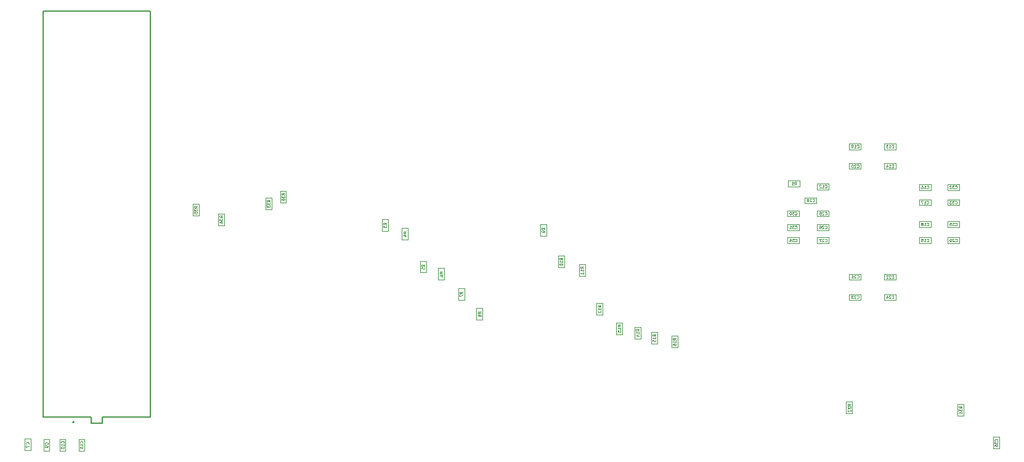
<source format=gbr>
G04 #@! TF.GenerationSoftware,KiCad,Pcbnew,8.0.3*
G04 #@! TF.CreationDate,2024-07-10T11:58:07-07:00*
G04 #@! TF.ProjectId,maveric-board,6d617665-7269-4632-9d62-6f6172642e6b,rev?*
G04 #@! TF.SameCoordinates,Original*
G04 #@! TF.FileFunction,AssemblyDrawing,Bot*
%FSLAX46Y46*%
G04 Gerber Fmt 4.6, Leading zero omitted, Abs format (unit mm)*
G04 Created by KiCad (PCBNEW 8.0.3) date 2024-07-10 11:58:07*
%MOMM*%
%LPD*%
G01*
G04 APERTURE LIST*
%ADD10C,0.060000*%
%ADD11C,0.100000*%
%ADD12C,0.127000*%
%ADD13C,0.200000*%
G04 APERTURE END LIST*
D10*
X174281927Y-101742857D02*
X174091451Y-101609524D01*
X174281927Y-101514286D02*
X173881927Y-101514286D01*
X173881927Y-101514286D02*
X173881927Y-101666667D01*
X173881927Y-101666667D02*
X173900975Y-101704762D01*
X173900975Y-101704762D02*
X173920022Y-101723809D01*
X173920022Y-101723809D02*
X173958118Y-101742857D01*
X173958118Y-101742857D02*
X174015260Y-101742857D01*
X174015260Y-101742857D02*
X174053356Y-101723809D01*
X174053356Y-101723809D02*
X174072403Y-101704762D01*
X174072403Y-101704762D02*
X174091451Y-101666667D01*
X174091451Y-101666667D02*
X174091451Y-101514286D01*
X173881927Y-101876190D02*
X173881927Y-102123809D01*
X173881927Y-102123809D02*
X174034308Y-101990476D01*
X174034308Y-101990476D02*
X174034308Y-102047619D01*
X174034308Y-102047619D02*
X174053356Y-102085714D01*
X174053356Y-102085714D02*
X174072403Y-102104762D01*
X174072403Y-102104762D02*
X174110499Y-102123809D01*
X174110499Y-102123809D02*
X174205737Y-102123809D01*
X174205737Y-102123809D02*
X174243832Y-102104762D01*
X174243832Y-102104762D02*
X174262880Y-102085714D01*
X174262880Y-102085714D02*
X174281927Y-102047619D01*
X174281927Y-102047619D02*
X174281927Y-101933333D01*
X174281927Y-101933333D02*
X174262880Y-101895238D01*
X174262880Y-101895238D02*
X174243832Y-101876190D01*
X174281927Y-102504761D02*
X174281927Y-102276190D01*
X174281927Y-102390476D02*
X173881927Y-102390476D01*
X173881927Y-102390476D02*
X173939070Y-102352380D01*
X173939070Y-102352380D02*
X173977165Y-102314285D01*
X173977165Y-102314285D02*
X173996213Y-102276190D01*
X105681927Y-86008333D02*
X105491451Y-85875000D01*
X105681927Y-85779762D02*
X105281927Y-85779762D01*
X105281927Y-85779762D02*
X105281927Y-85932143D01*
X105281927Y-85932143D02*
X105300975Y-85970238D01*
X105300975Y-85970238D02*
X105320022Y-85989285D01*
X105320022Y-85989285D02*
X105358118Y-86008333D01*
X105358118Y-86008333D02*
X105415260Y-86008333D01*
X105415260Y-86008333D02*
X105453356Y-85989285D01*
X105453356Y-85989285D02*
X105472403Y-85970238D01*
X105472403Y-85970238D02*
X105491451Y-85932143D01*
X105491451Y-85932143D02*
X105491451Y-85779762D01*
X105281927Y-86141666D02*
X105281927Y-86408333D01*
X105281927Y-86408333D02*
X105681927Y-86236904D01*
X50843832Y-106542857D02*
X50862880Y-106523809D01*
X50862880Y-106523809D02*
X50881927Y-106466667D01*
X50881927Y-106466667D02*
X50881927Y-106428571D01*
X50881927Y-106428571D02*
X50862880Y-106371428D01*
X50862880Y-106371428D02*
X50824784Y-106333333D01*
X50824784Y-106333333D02*
X50786689Y-106314286D01*
X50786689Y-106314286D02*
X50710499Y-106295238D01*
X50710499Y-106295238D02*
X50653356Y-106295238D01*
X50653356Y-106295238D02*
X50577165Y-106314286D01*
X50577165Y-106314286D02*
X50539070Y-106333333D01*
X50539070Y-106333333D02*
X50500975Y-106371428D01*
X50500975Y-106371428D02*
X50481927Y-106428571D01*
X50481927Y-106428571D02*
X50481927Y-106466667D01*
X50481927Y-106466667D02*
X50500975Y-106523809D01*
X50500975Y-106523809D02*
X50520022Y-106542857D01*
X50881927Y-106923809D02*
X50881927Y-106695238D01*
X50881927Y-106809524D02*
X50481927Y-106809524D01*
X50481927Y-106809524D02*
X50539070Y-106771428D01*
X50539070Y-106771428D02*
X50577165Y-106733333D01*
X50577165Y-106733333D02*
X50596213Y-106695238D01*
X50481927Y-107171428D02*
X50481927Y-107209523D01*
X50481927Y-107209523D02*
X50500975Y-107247619D01*
X50500975Y-107247619D02*
X50520022Y-107266666D01*
X50520022Y-107266666D02*
X50558118Y-107285714D01*
X50558118Y-107285714D02*
X50634308Y-107304761D01*
X50634308Y-107304761D02*
X50729546Y-107304761D01*
X50729546Y-107304761D02*
X50805737Y-107285714D01*
X50805737Y-107285714D02*
X50843832Y-107266666D01*
X50843832Y-107266666D02*
X50862880Y-107247619D01*
X50862880Y-107247619D02*
X50881927Y-107209523D01*
X50881927Y-107209523D02*
X50881927Y-107171428D01*
X50881927Y-107171428D02*
X50862880Y-107133333D01*
X50862880Y-107133333D02*
X50843832Y-107114285D01*
X50843832Y-107114285D02*
X50805737Y-107095238D01*
X50805737Y-107095238D02*
X50729546Y-107076190D01*
X50729546Y-107076190D02*
X50634308Y-107076190D01*
X50634308Y-107076190D02*
X50558118Y-107095238D01*
X50558118Y-107095238D02*
X50520022Y-107114285D01*
X50520022Y-107114285D02*
X50500975Y-107133333D01*
X50500975Y-107133333D02*
X50481927Y-107171428D01*
X48643832Y-106733333D02*
X48662880Y-106714285D01*
X48662880Y-106714285D02*
X48681927Y-106657143D01*
X48681927Y-106657143D02*
X48681927Y-106619047D01*
X48681927Y-106619047D02*
X48662880Y-106561904D01*
X48662880Y-106561904D02*
X48624784Y-106523809D01*
X48624784Y-106523809D02*
X48586689Y-106504762D01*
X48586689Y-106504762D02*
X48510499Y-106485714D01*
X48510499Y-106485714D02*
X48453356Y-106485714D01*
X48453356Y-106485714D02*
X48377165Y-106504762D01*
X48377165Y-106504762D02*
X48339070Y-106523809D01*
X48339070Y-106523809D02*
X48300975Y-106561904D01*
X48300975Y-106561904D02*
X48281927Y-106619047D01*
X48281927Y-106619047D02*
X48281927Y-106657143D01*
X48281927Y-106657143D02*
X48300975Y-106714285D01*
X48300975Y-106714285D02*
X48320022Y-106733333D01*
X48681927Y-106923809D02*
X48681927Y-107000000D01*
X48681927Y-107000000D02*
X48662880Y-107038095D01*
X48662880Y-107038095D02*
X48643832Y-107057143D01*
X48643832Y-107057143D02*
X48586689Y-107095238D01*
X48586689Y-107095238D02*
X48510499Y-107114285D01*
X48510499Y-107114285D02*
X48358118Y-107114285D01*
X48358118Y-107114285D02*
X48320022Y-107095238D01*
X48320022Y-107095238D02*
X48300975Y-107076190D01*
X48300975Y-107076190D02*
X48281927Y-107038095D01*
X48281927Y-107038095D02*
X48281927Y-106961904D01*
X48281927Y-106961904D02*
X48300975Y-106923809D01*
X48300975Y-106923809D02*
X48320022Y-106904762D01*
X48320022Y-106904762D02*
X48358118Y-106885714D01*
X48358118Y-106885714D02*
X48453356Y-106885714D01*
X48453356Y-106885714D02*
X48491451Y-106904762D01*
X48491451Y-106904762D02*
X48510499Y-106923809D01*
X48510499Y-106923809D02*
X48529546Y-106961904D01*
X48529546Y-106961904D02*
X48529546Y-107038095D01*
X48529546Y-107038095D02*
X48510499Y-107076190D01*
X48510499Y-107076190D02*
X48491451Y-107095238D01*
X48491451Y-107095238D02*
X48453356Y-107114285D01*
X159857142Y-68643832D02*
X159876190Y-68662880D01*
X159876190Y-68662880D02*
X159933332Y-68681927D01*
X159933332Y-68681927D02*
X159971428Y-68681927D01*
X159971428Y-68681927D02*
X160028571Y-68662880D01*
X160028571Y-68662880D02*
X160066666Y-68624784D01*
X160066666Y-68624784D02*
X160085713Y-68586689D01*
X160085713Y-68586689D02*
X160104761Y-68510499D01*
X160104761Y-68510499D02*
X160104761Y-68453356D01*
X160104761Y-68453356D02*
X160085713Y-68377165D01*
X160085713Y-68377165D02*
X160066666Y-68339070D01*
X160066666Y-68339070D02*
X160028571Y-68300975D01*
X160028571Y-68300975D02*
X159971428Y-68281927D01*
X159971428Y-68281927D02*
X159933332Y-68281927D01*
X159933332Y-68281927D02*
X159876190Y-68300975D01*
X159876190Y-68300975D02*
X159857142Y-68320022D01*
X159704761Y-68320022D02*
X159685713Y-68300975D01*
X159685713Y-68300975D02*
X159647618Y-68281927D01*
X159647618Y-68281927D02*
X159552380Y-68281927D01*
X159552380Y-68281927D02*
X159514285Y-68300975D01*
X159514285Y-68300975D02*
X159495237Y-68320022D01*
X159495237Y-68320022D02*
X159476190Y-68358118D01*
X159476190Y-68358118D02*
X159476190Y-68396213D01*
X159476190Y-68396213D02*
X159495237Y-68453356D01*
X159495237Y-68453356D02*
X159723809Y-68681927D01*
X159723809Y-68681927D02*
X159476190Y-68681927D01*
X159228571Y-68281927D02*
X159190476Y-68281927D01*
X159190476Y-68281927D02*
X159152380Y-68300975D01*
X159152380Y-68300975D02*
X159133333Y-68320022D01*
X159133333Y-68320022D02*
X159114285Y-68358118D01*
X159114285Y-68358118D02*
X159095238Y-68434308D01*
X159095238Y-68434308D02*
X159095238Y-68529546D01*
X159095238Y-68529546D02*
X159114285Y-68605737D01*
X159114285Y-68605737D02*
X159133333Y-68643832D01*
X159133333Y-68643832D02*
X159152380Y-68662880D01*
X159152380Y-68662880D02*
X159190476Y-68681927D01*
X159190476Y-68681927D02*
X159228571Y-68681927D01*
X159228571Y-68681927D02*
X159266666Y-68662880D01*
X159266666Y-68662880D02*
X159285714Y-68643832D01*
X159285714Y-68643832D02*
X159304761Y-68605737D01*
X159304761Y-68605737D02*
X159323809Y-68529546D01*
X159323809Y-68529546D02*
X159323809Y-68434308D01*
X159323809Y-68434308D02*
X159304761Y-68358118D01*
X159304761Y-68358118D02*
X159285714Y-68320022D01*
X159285714Y-68320022D02*
X159266666Y-68300975D01*
X159266666Y-68300975D02*
X159228571Y-68281927D01*
X164657142Y-86643832D02*
X164676190Y-86662880D01*
X164676190Y-86662880D02*
X164733332Y-86681927D01*
X164733332Y-86681927D02*
X164771428Y-86681927D01*
X164771428Y-86681927D02*
X164828571Y-86662880D01*
X164828571Y-86662880D02*
X164866666Y-86624784D01*
X164866666Y-86624784D02*
X164885713Y-86586689D01*
X164885713Y-86586689D02*
X164904761Y-86510499D01*
X164904761Y-86510499D02*
X164904761Y-86453356D01*
X164904761Y-86453356D02*
X164885713Y-86377165D01*
X164885713Y-86377165D02*
X164866666Y-86339070D01*
X164866666Y-86339070D02*
X164828571Y-86300975D01*
X164828571Y-86300975D02*
X164771428Y-86281927D01*
X164771428Y-86281927D02*
X164733332Y-86281927D01*
X164733332Y-86281927D02*
X164676190Y-86300975D01*
X164676190Y-86300975D02*
X164657142Y-86320022D01*
X164504761Y-86320022D02*
X164485713Y-86300975D01*
X164485713Y-86300975D02*
X164447618Y-86281927D01*
X164447618Y-86281927D02*
X164352380Y-86281927D01*
X164352380Y-86281927D02*
X164314285Y-86300975D01*
X164314285Y-86300975D02*
X164295237Y-86320022D01*
X164295237Y-86320022D02*
X164276190Y-86358118D01*
X164276190Y-86358118D02*
X164276190Y-86396213D01*
X164276190Y-86396213D02*
X164295237Y-86453356D01*
X164295237Y-86453356D02*
X164523809Y-86681927D01*
X164523809Y-86681927D02*
X164276190Y-86681927D01*
X163933333Y-86415260D02*
X163933333Y-86681927D01*
X164028571Y-86262880D02*
X164123809Y-86548594D01*
X164123809Y-86548594D02*
X163876190Y-86548594D01*
X108181927Y-88758333D02*
X107991451Y-88625000D01*
X108181927Y-88529762D02*
X107781927Y-88529762D01*
X107781927Y-88529762D02*
X107781927Y-88682143D01*
X107781927Y-88682143D02*
X107800975Y-88720238D01*
X107800975Y-88720238D02*
X107820022Y-88739285D01*
X107820022Y-88739285D02*
X107858118Y-88758333D01*
X107858118Y-88758333D02*
X107915260Y-88758333D01*
X107915260Y-88758333D02*
X107953356Y-88739285D01*
X107953356Y-88739285D02*
X107972403Y-88720238D01*
X107972403Y-88720238D02*
X107991451Y-88682143D01*
X107991451Y-88682143D02*
X107991451Y-88529762D01*
X107953356Y-88986904D02*
X107934308Y-88948809D01*
X107934308Y-88948809D02*
X107915260Y-88929762D01*
X107915260Y-88929762D02*
X107877165Y-88910714D01*
X107877165Y-88910714D02*
X107858118Y-88910714D01*
X107858118Y-88910714D02*
X107820022Y-88929762D01*
X107820022Y-88929762D02*
X107800975Y-88948809D01*
X107800975Y-88948809D02*
X107781927Y-88986904D01*
X107781927Y-88986904D02*
X107781927Y-89063095D01*
X107781927Y-89063095D02*
X107800975Y-89101190D01*
X107800975Y-89101190D02*
X107820022Y-89120238D01*
X107820022Y-89120238D02*
X107858118Y-89139285D01*
X107858118Y-89139285D02*
X107877165Y-89139285D01*
X107877165Y-89139285D02*
X107915260Y-89120238D01*
X107915260Y-89120238D02*
X107934308Y-89101190D01*
X107934308Y-89101190D02*
X107953356Y-89063095D01*
X107953356Y-89063095D02*
X107953356Y-88986904D01*
X107953356Y-88986904D02*
X107972403Y-88948809D01*
X107972403Y-88948809D02*
X107991451Y-88929762D01*
X107991451Y-88929762D02*
X108029546Y-88910714D01*
X108029546Y-88910714D02*
X108105737Y-88910714D01*
X108105737Y-88910714D02*
X108143832Y-88929762D01*
X108143832Y-88929762D02*
X108162880Y-88948809D01*
X108162880Y-88948809D02*
X108181927Y-88986904D01*
X108181927Y-88986904D02*
X108181927Y-89063095D01*
X108181927Y-89063095D02*
X108162880Y-89101190D01*
X108162880Y-89101190D02*
X108143832Y-89120238D01*
X108143832Y-89120238D02*
X108105737Y-89139285D01*
X108105737Y-89139285D02*
X108029546Y-89139285D01*
X108029546Y-89139285D02*
X107991451Y-89120238D01*
X107991451Y-89120238D02*
X107972403Y-89101190D01*
X107972403Y-89101190D02*
X107953356Y-89063095D01*
X124681927Y-87867857D02*
X124491451Y-87734524D01*
X124681927Y-87639286D02*
X124281927Y-87639286D01*
X124281927Y-87639286D02*
X124281927Y-87791667D01*
X124281927Y-87791667D02*
X124300975Y-87829762D01*
X124300975Y-87829762D02*
X124320022Y-87848809D01*
X124320022Y-87848809D02*
X124358118Y-87867857D01*
X124358118Y-87867857D02*
X124415260Y-87867857D01*
X124415260Y-87867857D02*
X124453356Y-87848809D01*
X124453356Y-87848809D02*
X124472403Y-87829762D01*
X124472403Y-87829762D02*
X124491451Y-87791667D01*
X124491451Y-87791667D02*
X124491451Y-87639286D01*
X124681927Y-88248809D02*
X124681927Y-88020238D01*
X124681927Y-88134524D02*
X124281927Y-88134524D01*
X124281927Y-88134524D02*
X124339070Y-88096428D01*
X124339070Y-88096428D02*
X124377165Y-88058333D01*
X124377165Y-88058333D02*
X124396213Y-88020238D01*
X124320022Y-88401190D02*
X124300975Y-88420238D01*
X124300975Y-88420238D02*
X124281927Y-88458333D01*
X124281927Y-88458333D02*
X124281927Y-88553571D01*
X124281927Y-88553571D02*
X124300975Y-88591666D01*
X124300975Y-88591666D02*
X124320022Y-88610714D01*
X124320022Y-88610714D02*
X124358118Y-88629761D01*
X124358118Y-88629761D02*
X124396213Y-88629761D01*
X124396213Y-88629761D02*
X124453356Y-88610714D01*
X124453356Y-88610714D02*
X124681927Y-88382142D01*
X124681927Y-88382142D02*
X124681927Y-88629761D01*
X151266666Y-71081927D02*
X151399999Y-70891451D01*
X151495237Y-71081927D02*
X151495237Y-70681927D01*
X151495237Y-70681927D02*
X151342856Y-70681927D01*
X151342856Y-70681927D02*
X151304761Y-70700975D01*
X151304761Y-70700975D02*
X151285714Y-70720022D01*
X151285714Y-70720022D02*
X151266666Y-70758118D01*
X151266666Y-70758118D02*
X151266666Y-70815260D01*
X151266666Y-70815260D02*
X151285714Y-70853356D01*
X151285714Y-70853356D02*
X151304761Y-70872403D01*
X151304761Y-70872403D02*
X151342856Y-70891451D01*
X151342856Y-70891451D02*
X151495237Y-70891451D01*
X150885714Y-71081927D02*
X151114285Y-71081927D01*
X150999999Y-71081927D02*
X150999999Y-70681927D01*
X150999999Y-70681927D02*
X151038095Y-70739070D01*
X151038095Y-70739070D02*
X151076190Y-70777165D01*
X151076190Y-70777165D02*
X151114285Y-70796213D01*
X164657142Y-68643832D02*
X164676190Y-68662880D01*
X164676190Y-68662880D02*
X164733332Y-68681927D01*
X164733332Y-68681927D02*
X164771428Y-68681927D01*
X164771428Y-68681927D02*
X164828571Y-68662880D01*
X164828571Y-68662880D02*
X164866666Y-68624784D01*
X164866666Y-68624784D02*
X164885713Y-68586689D01*
X164885713Y-68586689D02*
X164904761Y-68510499D01*
X164904761Y-68510499D02*
X164904761Y-68453356D01*
X164904761Y-68453356D02*
X164885713Y-68377165D01*
X164885713Y-68377165D02*
X164866666Y-68339070D01*
X164866666Y-68339070D02*
X164828571Y-68300975D01*
X164828571Y-68300975D02*
X164771428Y-68281927D01*
X164771428Y-68281927D02*
X164733332Y-68281927D01*
X164733332Y-68281927D02*
X164676190Y-68300975D01*
X164676190Y-68300975D02*
X164657142Y-68320022D01*
X164276190Y-68681927D02*
X164504761Y-68681927D01*
X164390475Y-68681927D02*
X164390475Y-68281927D01*
X164390475Y-68281927D02*
X164428571Y-68339070D01*
X164428571Y-68339070D02*
X164466666Y-68377165D01*
X164466666Y-68377165D02*
X164504761Y-68396213D01*
X163933333Y-68415260D02*
X163933333Y-68681927D01*
X164028571Y-68262880D02*
X164123809Y-68548594D01*
X164123809Y-68548594D02*
X163876190Y-68548594D01*
X159857142Y-83843832D02*
X159876190Y-83862880D01*
X159876190Y-83862880D02*
X159933332Y-83881927D01*
X159933332Y-83881927D02*
X159971428Y-83881927D01*
X159971428Y-83881927D02*
X160028571Y-83862880D01*
X160028571Y-83862880D02*
X160066666Y-83824784D01*
X160066666Y-83824784D02*
X160085713Y-83786689D01*
X160085713Y-83786689D02*
X160104761Y-83710499D01*
X160104761Y-83710499D02*
X160104761Y-83653356D01*
X160104761Y-83653356D02*
X160085713Y-83577165D01*
X160085713Y-83577165D02*
X160066666Y-83539070D01*
X160066666Y-83539070D02*
X160028571Y-83500975D01*
X160028571Y-83500975D02*
X159971428Y-83481927D01*
X159971428Y-83481927D02*
X159933332Y-83481927D01*
X159933332Y-83481927D02*
X159876190Y-83500975D01*
X159876190Y-83500975D02*
X159857142Y-83520022D01*
X159704761Y-83520022D02*
X159685713Y-83500975D01*
X159685713Y-83500975D02*
X159647618Y-83481927D01*
X159647618Y-83481927D02*
X159552380Y-83481927D01*
X159552380Y-83481927D02*
X159514285Y-83500975D01*
X159514285Y-83500975D02*
X159495237Y-83520022D01*
X159495237Y-83520022D02*
X159476190Y-83558118D01*
X159476190Y-83558118D02*
X159476190Y-83596213D01*
X159476190Y-83596213D02*
X159495237Y-83653356D01*
X159495237Y-83653356D02*
X159723809Y-83881927D01*
X159723809Y-83881927D02*
X159476190Y-83881927D01*
X159095238Y-83881927D02*
X159323809Y-83881927D01*
X159209523Y-83881927D02*
X159209523Y-83481927D01*
X159209523Y-83481927D02*
X159247619Y-83539070D01*
X159247619Y-83539070D02*
X159285714Y-83577165D01*
X159285714Y-83577165D02*
X159323809Y-83596213D01*
X97931927Y-77758333D02*
X97741451Y-77625000D01*
X97931927Y-77529762D02*
X97531927Y-77529762D01*
X97531927Y-77529762D02*
X97531927Y-77682143D01*
X97531927Y-77682143D02*
X97550975Y-77720238D01*
X97550975Y-77720238D02*
X97570022Y-77739285D01*
X97570022Y-77739285D02*
X97608118Y-77758333D01*
X97608118Y-77758333D02*
X97665260Y-77758333D01*
X97665260Y-77758333D02*
X97703356Y-77739285D01*
X97703356Y-77739285D02*
X97722403Y-77720238D01*
X97722403Y-77720238D02*
X97741451Y-77682143D01*
X97741451Y-77682143D02*
X97741451Y-77529762D01*
X97665260Y-78101190D02*
X97931927Y-78101190D01*
X97512880Y-78005952D02*
X97798594Y-77910714D01*
X97798594Y-77910714D02*
X97798594Y-78158333D01*
X79181927Y-73367857D02*
X78991451Y-73234524D01*
X79181927Y-73139286D02*
X78781927Y-73139286D01*
X78781927Y-73139286D02*
X78781927Y-73291667D01*
X78781927Y-73291667D02*
X78800975Y-73329762D01*
X78800975Y-73329762D02*
X78820022Y-73348809D01*
X78820022Y-73348809D02*
X78858118Y-73367857D01*
X78858118Y-73367857D02*
X78915260Y-73367857D01*
X78915260Y-73367857D02*
X78953356Y-73348809D01*
X78953356Y-73348809D02*
X78972403Y-73329762D01*
X78972403Y-73329762D02*
X78991451Y-73291667D01*
X78991451Y-73291667D02*
X78991451Y-73139286D01*
X78781927Y-73501190D02*
X78781927Y-73748809D01*
X78781927Y-73748809D02*
X78934308Y-73615476D01*
X78934308Y-73615476D02*
X78934308Y-73672619D01*
X78934308Y-73672619D02*
X78953356Y-73710714D01*
X78953356Y-73710714D02*
X78972403Y-73729762D01*
X78972403Y-73729762D02*
X79010499Y-73748809D01*
X79010499Y-73748809D02*
X79105737Y-73748809D01*
X79105737Y-73748809D02*
X79143832Y-73729762D01*
X79143832Y-73729762D02*
X79162880Y-73710714D01*
X79162880Y-73710714D02*
X79181927Y-73672619D01*
X79181927Y-73672619D02*
X79181927Y-73558333D01*
X79181927Y-73558333D02*
X79162880Y-73520238D01*
X79162880Y-73520238D02*
X79143832Y-73501190D01*
X78781927Y-73882142D02*
X78781927Y-74129761D01*
X78781927Y-74129761D02*
X78934308Y-73996428D01*
X78934308Y-73996428D02*
X78934308Y-74053571D01*
X78934308Y-74053571D02*
X78953356Y-74091666D01*
X78953356Y-74091666D02*
X78972403Y-74110714D01*
X78972403Y-74110714D02*
X79010499Y-74129761D01*
X79010499Y-74129761D02*
X79105737Y-74129761D01*
X79105737Y-74129761D02*
X79143832Y-74110714D01*
X79143832Y-74110714D02*
X79162880Y-74091666D01*
X79162880Y-74091666D02*
X79181927Y-74053571D01*
X79181927Y-74053571D02*
X79181927Y-73939285D01*
X79181927Y-73939285D02*
X79162880Y-73901190D01*
X79162880Y-73901190D02*
X79143832Y-73882142D01*
X95181927Y-76508333D02*
X94991451Y-76375000D01*
X95181927Y-76279762D02*
X94781927Y-76279762D01*
X94781927Y-76279762D02*
X94781927Y-76432143D01*
X94781927Y-76432143D02*
X94800975Y-76470238D01*
X94800975Y-76470238D02*
X94820022Y-76489285D01*
X94820022Y-76489285D02*
X94858118Y-76508333D01*
X94858118Y-76508333D02*
X94915260Y-76508333D01*
X94915260Y-76508333D02*
X94953356Y-76489285D01*
X94953356Y-76489285D02*
X94972403Y-76470238D01*
X94972403Y-76470238D02*
X94991451Y-76432143D01*
X94991451Y-76432143D02*
X94991451Y-76279762D01*
X94781927Y-76641666D02*
X94781927Y-76889285D01*
X94781927Y-76889285D02*
X94934308Y-76755952D01*
X94934308Y-76755952D02*
X94934308Y-76813095D01*
X94934308Y-76813095D02*
X94953356Y-76851190D01*
X94953356Y-76851190D02*
X94972403Y-76870238D01*
X94972403Y-76870238D02*
X95010499Y-76889285D01*
X95010499Y-76889285D02*
X95105737Y-76889285D01*
X95105737Y-76889285D02*
X95143832Y-76870238D01*
X95143832Y-76870238D02*
X95162880Y-76851190D01*
X95162880Y-76851190D02*
X95181927Y-76813095D01*
X95181927Y-76813095D02*
X95181927Y-76698809D01*
X95181927Y-76698809D02*
X95162880Y-76660714D01*
X95162880Y-76660714D02*
X95143832Y-76641666D01*
X53443832Y-106542857D02*
X53462880Y-106523809D01*
X53462880Y-106523809D02*
X53481927Y-106466667D01*
X53481927Y-106466667D02*
X53481927Y-106428571D01*
X53481927Y-106428571D02*
X53462880Y-106371428D01*
X53462880Y-106371428D02*
X53424784Y-106333333D01*
X53424784Y-106333333D02*
X53386689Y-106314286D01*
X53386689Y-106314286D02*
X53310499Y-106295238D01*
X53310499Y-106295238D02*
X53253356Y-106295238D01*
X53253356Y-106295238D02*
X53177165Y-106314286D01*
X53177165Y-106314286D02*
X53139070Y-106333333D01*
X53139070Y-106333333D02*
X53100975Y-106371428D01*
X53100975Y-106371428D02*
X53081927Y-106428571D01*
X53081927Y-106428571D02*
X53081927Y-106466667D01*
X53081927Y-106466667D02*
X53100975Y-106523809D01*
X53100975Y-106523809D02*
X53120022Y-106542857D01*
X53481927Y-106923809D02*
X53481927Y-106695238D01*
X53481927Y-106809524D02*
X53081927Y-106809524D01*
X53081927Y-106809524D02*
X53139070Y-106771428D01*
X53139070Y-106771428D02*
X53177165Y-106733333D01*
X53177165Y-106733333D02*
X53196213Y-106695238D01*
X53481927Y-107304761D02*
X53481927Y-107076190D01*
X53481927Y-107190476D02*
X53081927Y-107190476D01*
X53081927Y-107190476D02*
X53139070Y-107152380D01*
X53139070Y-107152380D02*
X53177165Y-107114285D01*
X53177165Y-107114285D02*
X53196213Y-107076190D01*
X69181927Y-74267857D02*
X68991451Y-74134524D01*
X69181927Y-74039286D02*
X68781927Y-74039286D01*
X68781927Y-74039286D02*
X68781927Y-74191667D01*
X68781927Y-74191667D02*
X68800975Y-74229762D01*
X68800975Y-74229762D02*
X68820022Y-74248809D01*
X68820022Y-74248809D02*
X68858118Y-74267857D01*
X68858118Y-74267857D02*
X68915260Y-74267857D01*
X68915260Y-74267857D02*
X68953356Y-74248809D01*
X68953356Y-74248809D02*
X68972403Y-74229762D01*
X68972403Y-74229762D02*
X68991451Y-74191667D01*
X68991451Y-74191667D02*
X68991451Y-74039286D01*
X68781927Y-74401190D02*
X68781927Y-74648809D01*
X68781927Y-74648809D02*
X68934308Y-74515476D01*
X68934308Y-74515476D02*
X68934308Y-74572619D01*
X68934308Y-74572619D02*
X68953356Y-74610714D01*
X68953356Y-74610714D02*
X68972403Y-74629762D01*
X68972403Y-74629762D02*
X69010499Y-74648809D01*
X69010499Y-74648809D02*
X69105737Y-74648809D01*
X69105737Y-74648809D02*
X69143832Y-74629762D01*
X69143832Y-74629762D02*
X69162880Y-74610714D01*
X69162880Y-74610714D02*
X69181927Y-74572619D01*
X69181927Y-74572619D02*
X69181927Y-74458333D01*
X69181927Y-74458333D02*
X69162880Y-74420238D01*
X69162880Y-74420238D02*
X69143832Y-74401190D01*
X68781927Y-75010714D02*
X68781927Y-74820238D01*
X68781927Y-74820238D02*
X68972403Y-74801190D01*
X68972403Y-74801190D02*
X68953356Y-74820238D01*
X68953356Y-74820238D02*
X68934308Y-74858333D01*
X68934308Y-74858333D02*
X68934308Y-74953571D01*
X68934308Y-74953571D02*
X68953356Y-74991666D01*
X68953356Y-74991666D02*
X68972403Y-75010714D01*
X68972403Y-75010714D02*
X69010499Y-75029761D01*
X69010499Y-75029761D02*
X69105737Y-75029761D01*
X69105737Y-75029761D02*
X69143832Y-75010714D01*
X69143832Y-75010714D02*
X69162880Y-74991666D01*
X69162880Y-74991666D02*
X69181927Y-74953571D01*
X69181927Y-74953571D02*
X69181927Y-74858333D01*
X69181927Y-74858333D02*
X69162880Y-74820238D01*
X69162880Y-74820238D02*
X69143832Y-74801190D01*
X151357142Y-77043832D02*
X151376190Y-77062880D01*
X151376190Y-77062880D02*
X151433332Y-77081927D01*
X151433332Y-77081927D02*
X151471428Y-77081927D01*
X151471428Y-77081927D02*
X151528571Y-77062880D01*
X151528571Y-77062880D02*
X151566666Y-77024784D01*
X151566666Y-77024784D02*
X151585713Y-76986689D01*
X151585713Y-76986689D02*
X151604761Y-76910499D01*
X151604761Y-76910499D02*
X151604761Y-76853356D01*
X151604761Y-76853356D02*
X151585713Y-76777165D01*
X151585713Y-76777165D02*
X151566666Y-76739070D01*
X151566666Y-76739070D02*
X151528571Y-76700975D01*
X151528571Y-76700975D02*
X151471428Y-76681927D01*
X151471428Y-76681927D02*
X151433332Y-76681927D01*
X151433332Y-76681927D02*
X151376190Y-76700975D01*
X151376190Y-76700975D02*
X151357142Y-76720022D01*
X151223809Y-76681927D02*
X150976190Y-76681927D01*
X150976190Y-76681927D02*
X151109523Y-76834308D01*
X151109523Y-76834308D02*
X151052380Y-76834308D01*
X151052380Y-76834308D02*
X151014285Y-76853356D01*
X151014285Y-76853356D02*
X150995237Y-76872403D01*
X150995237Y-76872403D02*
X150976190Y-76910499D01*
X150976190Y-76910499D02*
X150976190Y-77005737D01*
X150976190Y-77005737D02*
X150995237Y-77043832D01*
X150995237Y-77043832D02*
X151014285Y-77062880D01*
X151014285Y-77062880D02*
X151052380Y-77081927D01*
X151052380Y-77081927D02*
X151166666Y-77081927D01*
X151166666Y-77081927D02*
X151204761Y-77062880D01*
X151204761Y-77062880D02*
X151223809Y-77043832D01*
X150595238Y-77081927D02*
X150823809Y-77081927D01*
X150709523Y-77081927D02*
X150709523Y-76681927D01*
X150709523Y-76681927D02*
X150747619Y-76739070D01*
X150747619Y-76739070D02*
X150785714Y-76777165D01*
X150785714Y-76777165D02*
X150823809Y-76796213D01*
X100431927Y-82258333D02*
X100241451Y-82125000D01*
X100431927Y-82029762D02*
X100031927Y-82029762D01*
X100031927Y-82029762D02*
X100031927Y-82182143D01*
X100031927Y-82182143D02*
X100050975Y-82220238D01*
X100050975Y-82220238D02*
X100070022Y-82239285D01*
X100070022Y-82239285D02*
X100108118Y-82258333D01*
X100108118Y-82258333D02*
X100165260Y-82258333D01*
X100165260Y-82258333D02*
X100203356Y-82239285D01*
X100203356Y-82239285D02*
X100222403Y-82220238D01*
X100222403Y-82220238D02*
X100241451Y-82182143D01*
X100241451Y-82182143D02*
X100241451Y-82029762D01*
X100031927Y-82620238D02*
X100031927Y-82429762D01*
X100031927Y-82429762D02*
X100222403Y-82410714D01*
X100222403Y-82410714D02*
X100203356Y-82429762D01*
X100203356Y-82429762D02*
X100184308Y-82467857D01*
X100184308Y-82467857D02*
X100184308Y-82563095D01*
X100184308Y-82563095D02*
X100203356Y-82601190D01*
X100203356Y-82601190D02*
X100222403Y-82620238D01*
X100222403Y-82620238D02*
X100260499Y-82639285D01*
X100260499Y-82639285D02*
X100355737Y-82639285D01*
X100355737Y-82639285D02*
X100393832Y-82620238D01*
X100393832Y-82620238D02*
X100412880Y-82601190D01*
X100412880Y-82601190D02*
X100431927Y-82563095D01*
X100431927Y-82563095D02*
X100431927Y-82467857D01*
X100431927Y-82467857D02*
X100412880Y-82429762D01*
X100412880Y-82429762D02*
X100393832Y-82410714D01*
X169457142Y-78843832D02*
X169476190Y-78862880D01*
X169476190Y-78862880D02*
X169533332Y-78881927D01*
X169533332Y-78881927D02*
X169571428Y-78881927D01*
X169571428Y-78881927D02*
X169628571Y-78862880D01*
X169628571Y-78862880D02*
X169666666Y-78824784D01*
X169666666Y-78824784D02*
X169685713Y-78786689D01*
X169685713Y-78786689D02*
X169704761Y-78710499D01*
X169704761Y-78710499D02*
X169704761Y-78653356D01*
X169704761Y-78653356D02*
X169685713Y-78577165D01*
X169685713Y-78577165D02*
X169666666Y-78539070D01*
X169666666Y-78539070D02*
X169628571Y-78500975D01*
X169628571Y-78500975D02*
X169571428Y-78481927D01*
X169571428Y-78481927D02*
X169533332Y-78481927D01*
X169533332Y-78481927D02*
X169476190Y-78500975D01*
X169476190Y-78500975D02*
X169457142Y-78520022D01*
X169076190Y-78881927D02*
X169304761Y-78881927D01*
X169190475Y-78881927D02*
X169190475Y-78481927D01*
X169190475Y-78481927D02*
X169228571Y-78539070D01*
X169228571Y-78539070D02*
X169266666Y-78577165D01*
X169266666Y-78577165D02*
X169304761Y-78596213D01*
X168714285Y-78481927D02*
X168904761Y-78481927D01*
X168904761Y-78481927D02*
X168923809Y-78672403D01*
X168923809Y-78672403D02*
X168904761Y-78653356D01*
X168904761Y-78653356D02*
X168866666Y-78634308D01*
X168866666Y-78634308D02*
X168771428Y-78634308D01*
X168771428Y-78634308D02*
X168733333Y-78653356D01*
X168733333Y-78653356D02*
X168714285Y-78672403D01*
X168714285Y-78672403D02*
X168695238Y-78710499D01*
X168695238Y-78710499D02*
X168695238Y-78805737D01*
X168695238Y-78805737D02*
X168714285Y-78843832D01*
X168714285Y-78843832D02*
X168733333Y-78862880D01*
X168733333Y-78862880D02*
X168771428Y-78881927D01*
X168771428Y-78881927D02*
X168866666Y-78881927D01*
X168866666Y-78881927D02*
X168904761Y-78862880D01*
X168904761Y-78862880D02*
X168923809Y-78843832D01*
X173357142Y-71543832D02*
X173376190Y-71562880D01*
X173376190Y-71562880D02*
X173433332Y-71581927D01*
X173433332Y-71581927D02*
X173471428Y-71581927D01*
X173471428Y-71581927D02*
X173528571Y-71562880D01*
X173528571Y-71562880D02*
X173566666Y-71524784D01*
X173566666Y-71524784D02*
X173585713Y-71486689D01*
X173585713Y-71486689D02*
X173604761Y-71410499D01*
X173604761Y-71410499D02*
X173604761Y-71353356D01*
X173604761Y-71353356D02*
X173585713Y-71277165D01*
X173585713Y-71277165D02*
X173566666Y-71239070D01*
X173566666Y-71239070D02*
X173528571Y-71200975D01*
X173528571Y-71200975D02*
X173471428Y-71181927D01*
X173471428Y-71181927D02*
X173433332Y-71181927D01*
X173433332Y-71181927D02*
X173376190Y-71200975D01*
X173376190Y-71200975D02*
X173357142Y-71220022D01*
X173223809Y-71181927D02*
X172976190Y-71181927D01*
X172976190Y-71181927D02*
X173109523Y-71334308D01*
X173109523Y-71334308D02*
X173052380Y-71334308D01*
X173052380Y-71334308D02*
X173014285Y-71353356D01*
X173014285Y-71353356D02*
X172995237Y-71372403D01*
X172995237Y-71372403D02*
X172976190Y-71410499D01*
X172976190Y-71410499D02*
X172976190Y-71505737D01*
X172976190Y-71505737D02*
X172995237Y-71543832D01*
X172995237Y-71543832D02*
X173014285Y-71562880D01*
X173014285Y-71562880D02*
X173052380Y-71581927D01*
X173052380Y-71581927D02*
X173166666Y-71581927D01*
X173166666Y-71581927D02*
X173204761Y-71562880D01*
X173204761Y-71562880D02*
X173223809Y-71543832D01*
X172823809Y-71220022D02*
X172804761Y-71200975D01*
X172804761Y-71200975D02*
X172766666Y-71181927D01*
X172766666Y-71181927D02*
X172671428Y-71181927D01*
X172671428Y-71181927D02*
X172633333Y-71200975D01*
X172633333Y-71200975D02*
X172614285Y-71220022D01*
X172614285Y-71220022D02*
X172595238Y-71258118D01*
X172595238Y-71258118D02*
X172595238Y-71296213D01*
X172595238Y-71296213D02*
X172614285Y-71353356D01*
X172614285Y-71353356D02*
X172842857Y-71581927D01*
X172842857Y-71581927D02*
X172595238Y-71581927D01*
X132181927Y-91842857D02*
X131991451Y-91709524D01*
X132181927Y-91614286D02*
X131781927Y-91614286D01*
X131781927Y-91614286D02*
X131781927Y-91766667D01*
X131781927Y-91766667D02*
X131800975Y-91804762D01*
X131800975Y-91804762D02*
X131820022Y-91823809D01*
X131820022Y-91823809D02*
X131858118Y-91842857D01*
X131858118Y-91842857D02*
X131915260Y-91842857D01*
X131915260Y-91842857D02*
X131953356Y-91823809D01*
X131953356Y-91823809D02*
X131972403Y-91804762D01*
X131972403Y-91804762D02*
X131991451Y-91766667D01*
X131991451Y-91766667D02*
X131991451Y-91614286D01*
X132181927Y-92223809D02*
X132181927Y-91995238D01*
X132181927Y-92109524D02*
X131781927Y-92109524D01*
X131781927Y-92109524D02*
X131839070Y-92071428D01*
X131839070Y-92071428D02*
X131877165Y-92033333D01*
X131877165Y-92033333D02*
X131896213Y-91995238D01*
X131781927Y-92585714D02*
X131781927Y-92395238D01*
X131781927Y-92395238D02*
X131972403Y-92376190D01*
X131972403Y-92376190D02*
X131953356Y-92395238D01*
X131953356Y-92395238D02*
X131934308Y-92433333D01*
X131934308Y-92433333D02*
X131934308Y-92528571D01*
X131934308Y-92528571D02*
X131953356Y-92566666D01*
X131953356Y-92566666D02*
X131972403Y-92585714D01*
X131972403Y-92585714D02*
X132010499Y-92604761D01*
X132010499Y-92604761D02*
X132105737Y-92604761D01*
X132105737Y-92604761D02*
X132143832Y-92585714D01*
X132143832Y-92585714D02*
X132162880Y-92566666D01*
X132162880Y-92566666D02*
X132181927Y-92528571D01*
X132181927Y-92528571D02*
X132181927Y-92433333D01*
X132181927Y-92433333D02*
X132162880Y-92395238D01*
X132162880Y-92395238D02*
X132143832Y-92376190D01*
X164657142Y-83876242D02*
X164676190Y-83895290D01*
X164676190Y-83895290D02*
X164733332Y-83914337D01*
X164733332Y-83914337D02*
X164771428Y-83914337D01*
X164771428Y-83914337D02*
X164828571Y-83895290D01*
X164828571Y-83895290D02*
X164866666Y-83857194D01*
X164866666Y-83857194D02*
X164885713Y-83819099D01*
X164885713Y-83819099D02*
X164904761Y-83742909D01*
X164904761Y-83742909D02*
X164904761Y-83685766D01*
X164904761Y-83685766D02*
X164885713Y-83609575D01*
X164885713Y-83609575D02*
X164866666Y-83571480D01*
X164866666Y-83571480D02*
X164828571Y-83533385D01*
X164828571Y-83533385D02*
X164771428Y-83514337D01*
X164771428Y-83514337D02*
X164733332Y-83514337D01*
X164733332Y-83514337D02*
X164676190Y-83533385D01*
X164676190Y-83533385D02*
X164657142Y-83552432D01*
X164504761Y-83552432D02*
X164485713Y-83533385D01*
X164485713Y-83533385D02*
X164447618Y-83514337D01*
X164447618Y-83514337D02*
X164352380Y-83514337D01*
X164352380Y-83514337D02*
X164314285Y-83533385D01*
X164314285Y-83533385D02*
X164295237Y-83552432D01*
X164295237Y-83552432D02*
X164276190Y-83590528D01*
X164276190Y-83590528D02*
X164276190Y-83628623D01*
X164276190Y-83628623D02*
X164295237Y-83685766D01*
X164295237Y-83685766D02*
X164523809Y-83914337D01*
X164523809Y-83914337D02*
X164276190Y-83914337D01*
X164123809Y-83552432D02*
X164104761Y-83533385D01*
X164104761Y-83533385D02*
X164066666Y-83514337D01*
X164066666Y-83514337D02*
X163971428Y-83514337D01*
X163971428Y-83514337D02*
X163933333Y-83533385D01*
X163933333Y-83533385D02*
X163914285Y-83552432D01*
X163914285Y-83552432D02*
X163895238Y-83590528D01*
X163895238Y-83590528D02*
X163895238Y-83628623D01*
X163895238Y-83628623D02*
X163914285Y-83685766D01*
X163914285Y-83685766D02*
X164142857Y-83914337D01*
X164142857Y-83914337D02*
X163895238Y-83914337D01*
X72681927Y-75567857D02*
X72491451Y-75434524D01*
X72681927Y-75339286D02*
X72281927Y-75339286D01*
X72281927Y-75339286D02*
X72281927Y-75491667D01*
X72281927Y-75491667D02*
X72300975Y-75529762D01*
X72300975Y-75529762D02*
X72320022Y-75548809D01*
X72320022Y-75548809D02*
X72358118Y-75567857D01*
X72358118Y-75567857D02*
X72415260Y-75567857D01*
X72415260Y-75567857D02*
X72453356Y-75548809D01*
X72453356Y-75548809D02*
X72472403Y-75529762D01*
X72472403Y-75529762D02*
X72491451Y-75491667D01*
X72491451Y-75491667D02*
X72491451Y-75339286D01*
X72281927Y-75701190D02*
X72281927Y-75948809D01*
X72281927Y-75948809D02*
X72434308Y-75815476D01*
X72434308Y-75815476D02*
X72434308Y-75872619D01*
X72434308Y-75872619D02*
X72453356Y-75910714D01*
X72453356Y-75910714D02*
X72472403Y-75929762D01*
X72472403Y-75929762D02*
X72510499Y-75948809D01*
X72510499Y-75948809D02*
X72605737Y-75948809D01*
X72605737Y-75948809D02*
X72643832Y-75929762D01*
X72643832Y-75929762D02*
X72662880Y-75910714D01*
X72662880Y-75910714D02*
X72681927Y-75872619D01*
X72681927Y-75872619D02*
X72681927Y-75758333D01*
X72681927Y-75758333D02*
X72662880Y-75720238D01*
X72662880Y-75720238D02*
X72643832Y-75701190D01*
X72415260Y-76291666D02*
X72681927Y-76291666D01*
X72262880Y-76196428D02*
X72548594Y-76101190D01*
X72548594Y-76101190D02*
X72548594Y-76348809D01*
X169457142Y-71543832D02*
X169476190Y-71562880D01*
X169476190Y-71562880D02*
X169533332Y-71581927D01*
X169533332Y-71581927D02*
X169571428Y-71581927D01*
X169571428Y-71581927D02*
X169628571Y-71562880D01*
X169628571Y-71562880D02*
X169666666Y-71524784D01*
X169666666Y-71524784D02*
X169685713Y-71486689D01*
X169685713Y-71486689D02*
X169704761Y-71410499D01*
X169704761Y-71410499D02*
X169704761Y-71353356D01*
X169704761Y-71353356D02*
X169685713Y-71277165D01*
X169685713Y-71277165D02*
X169666666Y-71239070D01*
X169666666Y-71239070D02*
X169628571Y-71200975D01*
X169628571Y-71200975D02*
X169571428Y-71181927D01*
X169571428Y-71181927D02*
X169533332Y-71181927D01*
X169533332Y-71181927D02*
X169476190Y-71200975D01*
X169476190Y-71200975D02*
X169457142Y-71220022D01*
X169076190Y-71581927D02*
X169304761Y-71581927D01*
X169190475Y-71581927D02*
X169190475Y-71181927D01*
X169190475Y-71181927D02*
X169228571Y-71239070D01*
X169228571Y-71239070D02*
X169266666Y-71277165D01*
X169266666Y-71277165D02*
X169304761Y-71296213D01*
X168733333Y-71181927D02*
X168809523Y-71181927D01*
X168809523Y-71181927D02*
X168847619Y-71200975D01*
X168847619Y-71200975D02*
X168866666Y-71220022D01*
X168866666Y-71220022D02*
X168904761Y-71277165D01*
X168904761Y-71277165D02*
X168923809Y-71353356D01*
X168923809Y-71353356D02*
X168923809Y-71505737D01*
X168923809Y-71505737D02*
X168904761Y-71543832D01*
X168904761Y-71543832D02*
X168885714Y-71562880D01*
X168885714Y-71562880D02*
X168847619Y-71581927D01*
X168847619Y-71581927D02*
X168771428Y-71581927D01*
X168771428Y-71581927D02*
X168733333Y-71562880D01*
X168733333Y-71562880D02*
X168714285Y-71543832D01*
X168714285Y-71543832D02*
X168695238Y-71505737D01*
X168695238Y-71505737D02*
X168695238Y-71410499D01*
X168695238Y-71410499D02*
X168714285Y-71372403D01*
X168714285Y-71372403D02*
X168733333Y-71353356D01*
X168733333Y-71353356D02*
X168771428Y-71334308D01*
X168771428Y-71334308D02*
X168847619Y-71334308D01*
X168847619Y-71334308D02*
X168885714Y-71353356D01*
X168885714Y-71353356D02*
X168904761Y-71372403D01*
X168904761Y-71372403D02*
X168923809Y-71410499D01*
X169457142Y-73643832D02*
X169476190Y-73662880D01*
X169476190Y-73662880D02*
X169533332Y-73681927D01*
X169533332Y-73681927D02*
X169571428Y-73681927D01*
X169571428Y-73681927D02*
X169628571Y-73662880D01*
X169628571Y-73662880D02*
X169666666Y-73624784D01*
X169666666Y-73624784D02*
X169685713Y-73586689D01*
X169685713Y-73586689D02*
X169704761Y-73510499D01*
X169704761Y-73510499D02*
X169704761Y-73453356D01*
X169704761Y-73453356D02*
X169685713Y-73377165D01*
X169685713Y-73377165D02*
X169666666Y-73339070D01*
X169666666Y-73339070D02*
X169628571Y-73300975D01*
X169628571Y-73300975D02*
X169571428Y-73281927D01*
X169571428Y-73281927D02*
X169533332Y-73281927D01*
X169533332Y-73281927D02*
X169476190Y-73300975D01*
X169476190Y-73300975D02*
X169457142Y-73320022D01*
X169076190Y-73681927D02*
X169304761Y-73681927D01*
X169190475Y-73681927D02*
X169190475Y-73281927D01*
X169190475Y-73281927D02*
X169228571Y-73339070D01*
X169228571Y-73339070D02*
X169266666Y-73377165D01*
X169266666Y-73377165D02*
X169304761Y-73396213D01*
X168942857Y-73281927D02*
X168676190Y-73281927D01*
X168676190Y-73281927D02*
X168847619Y-73681927D01*
X151357142Y-78843832D02*
X151376190Y-78862880D01*
X151376190Y-78862880D02*
X151433332Y-78881927D01*
X151433332Y-78881927D02*
X151471428Y-78881927D01*
X151471428Y-78881927D02*
X151528571Y-78862880D01*
X151528571Y-78862880D02*
X151566666Y-78824784D01*
X151566666Y-78824784D02*
X151585713Y-78786689D01*
X151585713Y-78786689D02*
X151604761Y-78710499D01*
X151604761Y-78710499D02*
X151604761Y-78653356D01*
X151604761Y-78653356D02*
X151585713Y-78577165D01*
X151585713Y-78577165D02*
X151566666Y-78539070D01*
X151566666Y-78539070D02*
X151528571Y-78500975D01*
X151528571Y-78500975D02*
X151471428Y-78481927D01*
X151471428Y-78481927D02*
X151433332Y-78481927D01*
X151433332Y-78481927D02*
X151376190Y-78500975D01*
X151376190Y-78500975D02*
X151357142Y-78520022D01*
X151223809Y-78481927D02*
X150976190Y-78481927D01*
X150976190Y-78481927D02*
X151109523Y-78634308D01*
X151109523Y-78634308D02*
X151052380Y-78634308D01*
X151052380Y-78634308D02*
X151014285Y-78653356D01*
X151014285Y-78653356D02*
X150995237Y-78672403D01*
X150995237Y-78672403D02*
X150976190Y-78710499D01*
X150976190Y-78710499D02*
X150976190Y-78805737D01*
X150976190Y-78805737D02*
X150995237Y-78843832D01*
X150995237Y-78843832D02*
X151014285Y-78862880D01*
X151014285Y-78862880D02*
X151052380Y-78881927D01*
X151052380Y-78881927D02*
X151166666Y-78881927D01*
X151166666Y-78881927D02*
X151204761Y-78862880D01*
X151204761Y-78862880D02*
X151223809Y-78843832D01*
X150633333Y-78615260D02*
X150633333Y-78881927D01*
X150728571Y-78462880D02*
X150823809Y-78748594D01*
X150823809Y-78748594D02*
X150576190Y-78748594D01*
X155457142Y-78843832D02*
X155476190Y-78862880D01*
X155476190Y-78862880D02*
X155533332Y-78881927D01*
X155533332Y-78881927D02*
X155571428Y-78881927D01*
X155571428Y-78881927D02*
X155628571Y-78862880D01*
X155628571Y-78862880D02*
X155666666Y-78824784D01*
X155666666Y-78824784D02*
X155685713Y-78786689D01*
X155685713Y-78786689D02*
X155704761Y-78710499D01*
X155704761Y-78710499D02*
X155704761Y-78653356D01*
X155704761Y-78653356D02*
X155685713Y-78577165D01*
X155685713Y-78577165D02*
X155666666Y-78539070D01*
X155666666Y-78539070D02*
X155628571Y-78500975D01*
X155628571Y-78500975D02*
X155571428Y-78481927D01*
X155571428Y-78481927D02*
X155533332Y-78481927D01*
X155533332Y-78481927D02*
X155476190Y-78500975D01*
X155476190Y-78500975D02*
X155457142Y-78520022D01*
X155304761Y-78520022D02*
X155285713Y-78500975D01*
X155285713Y-78500975D02*
X155247618Y-78481927D01*
X155247618Y-78481927D02*
X155152380Y-78481927D01*
X155152380Y-78481927D02*
X155114285Y-78500975D01*
X155114285Y-78500975D02*
X155095237Y-78520022D01*
X155095237Y-78520022D02*
X155076190Y-78558118D01*
X155076190Y-78558118D02*
X155076190Y-78596213D01*
X155076190Y-78596213D02*
X155095237Y-78653356D01*
X155095237Y-78653356D02*
X155323809Y-78881927D01*
X155323809Y-78881927D02*
X155076190Y-78881927D01*
X154942857Y-78481927D02*
X154676190Y-78481927D01*
X154676190Y-78481927D02*
X154847619Y-78881927D01*
X169457142Y-76643832D02*
X169476190Y-76662880D01*
X169476190Y-76662880D02*
X169533332Y-76681927D01*
X169533332Y-76681927D02*
X169571428Y-76681927D01*
X169571428Y-76681927D02*
X169628571Y-76662880D01*
X169628571Y-76662880D02*
X169666666Y-76624784D01*
X169666666Y-76624784D02*
X169685713Y-76586689D01*
X169685713Y-76586689D02*
X169704761Y-76510499D01*
X169704761Y-76510499D02*
X169704761Y-76453356D01*
X169704761Y-76453356D02*
X169685713Y-76377165D01*
X169685713Y-76377165D02*
X169666666Y-76339070D01*
X169666666Y-76339070D02*
X169628571Y-76300975D01*
X169628571Y-76300975D02*
X169571428Y-76281927D01*
X169571428Y-76281927D02*
X169533332Y-76281927D01*
X169533332Y-76281927D02*
X169476190Y-76300975D01*
X169476190Y-76300975D02*
X169457142Y-76320022D01*
X169076190Y-76681927D02*
X169304761Y-76681927D01*
X169190475Y-76681927D02*
X169190475Y-76281927D01*
X169190475Y-76281927D02*
X169228571Y-76339070D01*
X169228571Y-76339070D02*
X169266666Y-76377165D01*
X169266666Y-76377165D02*
X169304761Y-76396213D01*
X168847619Y-76453356D02*
X168885714Y-76434308D01*
X168885714Y-76434308D02*
X168904761Y-76415260D01*
X168904761Y-76415260D02*
X168923809Y-76377165D01*
X168923809Y-76377165D02*
X168923809Y-76358118D01*
X168923809Y-76358118D02*
X168904761Y-76320022D01*
X168904761Y-76320022D02*
X168885714Y-76300975D01*
X168885714Y-76300975D02*
X168847619Y-76281927D01*
X168847619Y-76281927D02*
X168771428Y-76281927D01*
X168771428Y-76281927D02*
X168733333Y-76300975D01*
X168733333Y-76300975D02*
X168714285Y-76320022D01*
X168714285Y-76320022D02*
X168695238Y-76358118D01*
X168695238Y-76358118D02*
X168695238Y-76377165D01*
X168695238Y-76377165D02*
X168714285Y-76415260D01*
X168714285Y-76415260D02*
X168733333Y-76434308D01*
X168733333Y-76434308D02*
X168771428Y-76453356D01*
X168771428Y-76453356D02*
X168847619Y-76453356D01*
X168847619Y-76453356D02*
X168885714Y-76472403D01*
X168885714Y-76472403D02*
X168904761Y-76491451D01*
X168904761Y-76491451D02*
X168923809Y-76529546D01*
X168923809Y-76529546D02*
X168923809Y-76605737D01*
X168923809Y-76605737D02*
X168904761Y-76643832D01*
X168904761Y-76643832D02*
X168885714Y-76662880D01*
X168885714Y-76662880D02*
X168847619Y-76681927D01*
X168847619Y-76681927D02*
X168771428Y-76681927D01*
X168771428Y-76681927D02*
X168733333Y-76662880D01*
X168733333Y-76662880D02*
X168714285Y-76643832D01*
X168714285Y-76643832D02*
X168695238Y-76605737D01*
X168695238Y-76605737D02*
X168695238Y-76529546D01*
X168695238Y-76529546D02*
X168714285Y-76491451D01*
X168714285Y-76491451D02*
X168733333Y-76472403D01*
X168733333Y-76472403D02*
X168771428Y-76453356D01*
X116931927Y-77183333D02*
X116741451Y-77050000D01*
X116931927Y-76954762D02*
X116531927Y-76954762D01*
X116531927Y-76954762D02*
X116531927Y-77107143D01*
X116531927Y-77107143D02*
X116550975Y-77145238D01*
X116550975Y-77145238D02*
X116570022Y-77164285D01*
X116570022Y-77164285D02*
X116608118Y-77183333D01*
X116608118Y-77183333D02*
X116665260Y-77183333D01*
X116665260Y-77183333D02*
X116703356Y-77164285D01*
X116703356Y-77164285D02*
X116722403Y-77145238D01*
X116722403Y-77145238D02*
X116741451Y-77107143D01*
X116741451Y-77107143D02*
X116741451Y-76954762D01*
X116931927Y-77373809D02*
X116931927Y-77450000D01*
X116931927Y-77450000D02*
X116912880Y-77488095D01*
X116912880Y-77488095D02*
X116893832Y-77507143D01*
X116893832Y-77507143D02*
X116836689Y-77545238D01*
X116836689Y-77545238D02*
X116760499Y-77564285D01*
X116760499Y-77564285D02*
X116608118Y-77564285D01*
X116608118Y-77564285D02*
X116570022Y-77545238D01*
X116570022Y-77545238D02*
X116550975Y-77526190D01*
X116550975Y-77526190D02*
X116531927Y-77488095D01*
X116531927Y-77488095D02*
X116531927Y-77411904D01*
X116531927Y-77411904D02*
X116550975Y-77373809D01*
X116550975Y-77373809D02*
X116570022Y-77354762D01*
X116570022Y-77354762D02*
X116608118Y-77335714D01*
X116608118Y-77335714D02*
X116703356Y-77335714D01*
X116703356Y-77335714D02*
X116741451Y-77354762D01*
X116741451Y-77354762D02*
X116760499Y-77373809D01*
X116760499Y-77373809D02*
X116779546Y-77411904D01*
X116779546Y-77411904D02*
X116779546Y-77488095D01*
X116779546Y-77488095D02*
X116760499Y-77526190D01*
X116760499Y-77526190D02*
X116741451Y-77545238D01*
X116741451Y-77545238D02*
X116703356Y-77564285D01*
X129881927Y-91142857D02*
X129691451Y-91009524D01*
X129881927Y-90914286D02*
X129481927Y-90914286D01*
X129481927Y-90914286D02*
X129481927Y-91066667D01*
X129481927Y-91066667D02*
X129500975Y-91104762D01*
X129500975Y-91104762D02*
X129520022Y-91123809D01*
X129520022Y-91123809D02*
X129558118Y-91142857D01*
X129558118Y-91142857D02*
X129615260Y-91142857D01*
X129615260Y-91142857D02*
X129653356Y-91123809D01*
X129653356Y-91123809D02*
X129672403Y-91104762D01*
X129672403Y-91104762D02*
X129691451Y-91066667D01*
X129691451Y-91066667D02*
X129691451Y-90914286D01*
X129881927Y-91523809D02*
X129881927Y-91295238D01*
X129881927Y-91409524D02*
X129481927Y-91409524D01*
X129481927Y-91409524D02*
X129539070Y-91371428D01*
X129539070Y-91371428D02*
X129577165Y-91333333D01*
X129577165Y-91333333D02*
X129596213Y-91295238D01*
X129615260Y-91866666D02*
X129881927Y-91866666D01*
X129462880Y-91771428D02*
X129748594Y-91676190D01*
X129748594Y-91676190D02*
X129748594Y-91923809D01*
X155457142Y-77043832D02*
X155476190Y-77062880D01*
X155476190Y-77062880D02*
X155533332Y-77081927D01*
X155533332Y-77081927D02*
X155571428Y-77081927D01*
X155571428Y-77081927D02*
X155628571Y-77062880D01*
X155628571Y-77062880D02*
X155666666Y-77024784D01*
X155666666Y-77024784D02*
X155685713Y-76986689D01*
X155685713Y-76986689D02*
X155704761Y-76910499D01*
X155704761Y-76910499D02*
X155704761Y-76853356D01*
X155704761Y-76853356D02*
X155685713Y-76777165D01*
X155685713Y-76777165D02*
X155666666Y-76739070D01*
X155666666Y-76739070D02*
X155628571Y-76700975D01*
X155628571Y-76700975D02*
X155571428Y-76681927D01*
X155571428Y-76681927D02*
X155533332Y-76681927D01*
X155533332Y-76681927D02*
X155476190Y-76700975D01*
X155476190Y-76700975D02*
X155457142Y-76720022D01*
X155304761Y-76720022D02*
X155285713Y-76700975D01*
X155285713Y-76700975D02*
X155247618Y-76681927D01*
X155247618Y-76681927D02*
X155152380Y-76681927D01*
X155152380Y-76681927D02*
X155114285Y-76700975D01*
X155114285Y-76700975D02*
X155095237Y-76720022D01*
X155095237Y-76720022D02*
X155076190Y-76758118D01*
X155076190Y-76758118D02*
X155076190Y-76796213D01*
X155076190Y-76796213D02*
X155095237Y-76853356D01*
X155095237Y-76853356D02*
X155323809Y-77081927D01*
X155323809Y-77081927D02*
X155076190Y-77081927D01*
X154733333Y-76681927D02*
X154809523Y-76681927D01*
X154809523Y-76681927D02*
X154847619Y-76700975D01*
X154847619Y-76700975D02*
X154866666Y-76720022D01*
X154866666Y-76720022D02*
X154904761Y-76777165D01*
X154904761Y-76777165D02*
X154923809Y-76853356D01*
X154923809Y-76853356D02*
X154923809Y-77005737D01*
X154923809Y-77005737D02*
X154904761Y-77043832D01*
X154904761Y-77043832D02*
X154885714Y-77062880D01*
X154885714Y-77062880D02*
X154847619Y-77081927D01*
X154847619Y-77081927D02*
X154771428Y-77081927D01*
X154771428Y-77081927D02*
X154733333Y-77062880D01*
X154733333Y-77062880D02*
X154714285Y-77043832D01*
X154714285Y-77043832D02*
X154695238Y-77005737D01*
X154695238Y-77005737D02*
X154695238Y-76910499D01*
X154695238Y-76910499D02*
X154714285Y-76872403D01*
X154714285Y-76872403D02*
X154733333Y-76853356D01*
X154733333Y-76853356D02*
X154771428Y-76834308D01*
X154771428Y-76834308D02*
X154847619Y-76834308D01*
X154847619Y-76834308D02*
X154885714Y-76853356D01*
X154885714Y-76853356D02*
X154904761Y-76872403D01*
X154904761Y-76872403D02*
X154923809Y-76910499D01*
X153757142Y-73343832D02*
X153776190Y-73362880D01*
X153776190Y-73362880D02*
X153833332Y-73381927D01*
X153833332Y-73381927D02*
X153871428Y-73381927D01*
X153871428Y-73381927D02*
X153928571Y-73362880D01*
X153928571Y-73362880D02*
X153966666Y-73324784D01*
X153966666Y-73324784D02*
X153985713Y-73286689D01*
X153985713Y-73286689D02*
X154004761Y-73210499D01*
X154004761Y-73210499D02*
X154004761Y-73153356D01*
X154004761Y-73153356D02*
X153985713Y-73077165D01*
X153985713Y-73077165D02*
X153966666Y-73039070D01*
X153966666Y-73039070D02*
X153928571Y-73000975D01*
X153928571Y-73000975D02*
X153871428Y-72981927D01*
X153871428Y-72981927D02*
X153833332Y-72981927D01*
X153833332Y-72981927D02*
X153776190Y-73000975D01*
X153776190Y-73000975D02*
X153757142Y-73020022D01*
X153604761Y-73020022D02*
X153585713Y-73000975D01*
X153585713Y-73000975D02*
X153547618Y-72981927D01*
X153547618Y-72981927D02*
X153452380Y-72981927D01*
X153452380Y-72981927D02*
X153414285Y-73000975D01*
X153414285Y-73000975D02*
X153395237Y-73020022D01*
X153395237Y-73020022D02*
X153376190Y-73058118D01*
X153376190Y-73058118D02*
X153376190Y-73096213D01*
X153376190Y-73096213D02*
X153395237Y-73153356D01*
X153395237Y-73153356D02*
X153623809Y-73381927D01*
X153623809Y-73381927D02*
X153376190Y-73381927D01*
X153147619Y-73153356D02*
X153185714Y-73134308D01*
X153185714Y-73134308D02*
X153204761Y-73115260D01*
X153204761Y-73115260D02*
X153223809Y-73077165D01*
X153223809Y-73077165D02*
X153223809Y-73058118D01*
X153223809Y-73058118D02*
X153204761Y-73020022D01*
X153204761Y-73020022D02*
X153185714Y-73000975D01*
X153185714Y-73000975D02*
X153147619Y-72981927D01*
X153147619Y-72981927D02*
X153071428Y-72981927D01*
X153071428Y-72981927D02*
X153033333Y-73000975D01*
X153033333Y-73000975D02*
X153014285Y-73020022D01*
X153014285Y-73020022D02*
X152995238Y-73058118D01*
X152995238Y-73058118D02*
X152995238Y-73077165D01*
X152995238Y-73077165D02*
X153014285Y-73115260D01*
X153014285Y-73115260D02*
X153033333Y-73134308D01*
X153033333Y-73134308D02*
X153071428Y-73153356D01*
X153071428Y-73153356D02*
X153147619Y-73153356D01*
X153147619Y-73153356D02*
X153185714Y-73172403D01*
X153185714Y-73172403D02*
X153204761Y-73191451D01*
X153204761Y-73191451D02*
X153223809Y-73229546D01*
X153223809Y-73229546D02*
X153223809Y-73305737D01*
X153223809Y-73305737D02*
X153204761Y-73343832D01*
X153204761Y-73343832D02*
X153185714Y-73362880D01*
X153185714Y-73362880D02*
X153147619Y-73381927D01*
X153147619Y-73381927D02*
X153071428Y-73381927D01*
X153071428Y-73381927D02*
X153033333Y-73362880D01*
X153033333Y-73362880D02*
X153014285Y-73343832D01*
X153014285Y-73343832D02*
X152995238Y-73305737D01*
X152995238Y-73305737D02*
X152995238Y-73229546D01*
X152995238Y-73229546D02*
X153014285Y-73191451D01*
X153014285Y-73191451D02*
X153033333Y-73172403D01*
X153033333Y-73172403D02*
X153071428Y-73153356D01*
X46043832Y-106708333D02*
X46062880Y-106689285D01*
X46062880Y-106689285D02*
X46081927Y-106632143D01*
X46081927Y-106632143D02*
X46081927Y-106594047D01*
X46081927Y-106594047D02*
X46062880Y-106536904D01*
X46062880Y-106536904D02*
X46024784Y-106498809D01*
X46024784Y-106498809D02*
X45986689Y-106479762D01*
X45986689Y-106479762D02*
X45910499Y-106460714D01*
X45910499Y-106460714D02*
X45853356Y-106460714D01*
X45853356Y-106460714D02*
X45777165Y-106479762D01*
X45777165Y-106479762D02*
X45739070Y-106498809D01*
X45739070Y-106498809D02*
X45700975Y-106536904D01*
X45700975Y-106536904D02*
X45681927Y-106594047D01*
X45681927Y-106594047D02*
X45681927Y-106632143D01*
X45681927Y-106632143D02*
X45700975Y-106689285D01*
X45700975Y-106689285D02*
X45720022Y-106708333D01*
X45681927Y-106841666D02*
X45681927Y-107108333D01*
X45681927Y-107108333D02*
X46081927Y-106936904D01*
X158981927Y-101442857D02*
X158791451Y-101309524D01*
X158981927Y-101214286D02*
X158581927Y-101214286D01*
X158581927Y-101214286D02*
X158581927Y-101366667D01*
X158581927Y-101366667D02*
X158600975Y-101404762D01*
X158600975Y-101404762D02*
X158620022Y-101423809D01*
X158620022Y-101423809D02*
X158658118Y-101442857D01*
X158658118Y-101442857D02*
X158715260Y-101442857D01*
X158715260Y-101442857D02*
X158753356Y-101423809D01*
X158753356Y-101423809D02*
X158772403Y-101404762D01*
X158772403Y-101404762D02*
X158791451Y-101366667D01*
X158791451Y-101366667D02*
X158791451Y-101214286D01*
X158581927Y-101576190D02*
X158581927Y-101823809D01*
X158581927Y-101823809D02*
X158734308Y-101690476D01*
X158734308Y-101690476D02*
X158734308Y-101747619D01*
X158734308Y-101747619D02*
X158753356Y-101785714D01*
X158753356Y-101785714D02*
X158772403Y-101804762D01*
X158772403Y-101804762D02*
X158810499Y-101823809D01*
X158810499Y-101823809D02*
X158905737Y-101823809D01*
X158905737Y-101823809D02*
X158943832Y-101804762D01*
X158943832Y-101804762D02*
X158962880Y-101785714D01*
X158962880Y-101785714D02*
X158981927Y-101747619D01*
X158981927Y-101747619D02*
X158981927Y-101633333D01*
X158981927Y-101633333D02*
X158962880Y-101595238D01*
X158962880Y-101595238D02*
X158943832Y-101576190D01*
X158620022Y-101976190D02*
X158600975Y-101995238D01*
X158600975Y-101995238D02*
X158581927Y-102033333D01*
X158581927Y-102033333D02*
X158581927Y-102128571D01*
X158581927Y-102128571D02*
X158600975Y-102166666D01*
X158600975Y-102166666D02*
X158620022Y-102185714D01*
X158620022Y-102185714D02*
X158658118Y-102204761D01*
X158658118Y-102204761D02*
X158696213Y-102204761D01*
X158696213Y-102204761D02*
X158753356Y-102185714D01*
X158753356Y-102185714D02*
X158981927Y-101957142D01*
X158981927Y-101957142D02*
X158981927Y-102204761D01*
X81181927Y-72442857D02*
X80991451Y-72309524D01*
X81181927Y-72214286D02*
X80781927Y-72214286D01*
X80781927Y-72214286D02*
X80781927Y-72366667D01*
X80781927Y-72366667D02*
X80800975Y-72404762D01*
X80800975Y-72404762D02*
X80820022Y-72423809D01*
X80820022Y-72423809D02*
X80858118Y-72442857D01*
X80858118Y-72442857D02*
X80915260Y-72442857D01*
X80915260Y-72442857D02*
X80953356Y-72423809D01*
X80953356Y-72423809D02*
X80972403Y-72404762D01*
X80972403Y-72404762D02*
X80991451Y-72366667D01*
X80991451Y-72366667D02*
X80991451Y-72214286D01*
X80781927Y-72576190D02*
X80781927Y-72823809D01*
X80781927Y-72823809D02*
X80934308Y-72690476D01*
X80934308Y-72690476D02*
X80934308Y-72747619D01*
X80934308Y-72747619D02*
X80953356Y-72785714D01*
X80953356Y-72785714D02*
X80972403Y-72804762D01*
X80972403Y-72804762D02*
X81010499Y-72823809D01*
X81010499Y-72823809D02*
X81105737Y-72823809D01*
X81105737Y-72823809D02*
X81143832Y-72804762D01*
X81143832Y-72804762D02*
X81162880Y-72785714D01*
X81162880Y-72785714D02*
X81181927Y-72747619D01*
X81181927Y-72747619D02*
X81181927Y-72633333D01*
X81181927Y-72633333D02*
X81162880Y-72595238D01*
X81162880Y-72595238D02*
X81143832Y-72576190D01*
X80781927Y-73166666D02*
X80781927Y-73090476D01*
X80781927Y-73090476D02*
X80800975Y-73052380D01*
X80800975Y-73052380D02*
X80820022Y-73033333D01*
X80820022Y-73033333D02*
X80877165Y-72995238D01*
X80877165Y-72995238D02*
X80953356Y-72976190D01*
X80953356Y-72976190D02*
X81105737Y-72976190D01*
X81105737Y-72976190D02*
X81143832Y-72995238D01*
X81143832Y-72995238D02*
X81162880Y-73014285D01*
X81162880Y-73014285D02*
X81181927Y-73052380D01*
X81181927Y-73052380D02*
X81181927Y-73128571D01*
X81181927Y-73128571D02*
X81162880Y-73166666D01*
X81162880Y-73166666D02*
X81143832Y-73185714D01*
X81143832Y-73185714D02*
X81105737Y-73204761D01*
X81105737Y-73204761D02*
X81010499Y-73204761D01*
X81010499Y-73204761D02*
X80972403Y-73185714D01*
X80972403Y-73185714D02*
X80953356Y-73166666D01*
X80953356Y-73166666D02*
X80934308Y-73128571D01*
X80934308Y-73128571D02*
X80934308Y-73052380D01*
X80934308Y-73052380D02*
X80953356Y-73014285D01*
X80953356Y-73014285D02*
X80972403Y-72995238D01*
X80972403Y-72995238D02*
X81010499Y-72976190D01*
X127381927Y-90542857D02*
X127191451Y-90409524D01*
X127381927Y-90314286D02*
X126981927Y-90314286D01*
X126981927Y-90314286D02*
X126981927Y-90466667D01*
X126981927Y-90466667D02*
X127000975Y-90504762D01*
X127000975Y-90504762D02*
X127020022Y-90523809D01*
X127020022Y-90523809D02*
X127058118Y-90542857D01*
X127058118Y-90542857D02*
X127115260Y-90542857D01*
X127115260Y-90542857D02*
X127153356Y-90523809D01*
X127153356Y-90523809D02*
X127172403Y-90504762D01*
X127172403Y-90504762D02*
X127191451Y-90466667D01*
X127191451Y-90466667D02*
X127191451Y-90314286D01*
X127381927Y-90923809D02*
X127381927Y-90695238D01*
X127381927Y-90809524D02*
X126981927Y-90809524D01*
X126981927Y-90809524D02*
X127039070Y-90771428D01*
X127039070Y-90771428D02*
X127077165Y-90733333D01*
X127077165Y-90733333D02*
X127096213Y-90695238D01*
X126981927Y-91057142D02*
X126981927Y-91304761D01*
X126981927Y-91304761D02*
X127134308Y-91171428D01*
X127134308Y-91171428D02*
X127134308Y-91228571D01*
X127134308Y-91228571D02*
X127153356Y-91266666D01*
X127153356Y-91266666D02*
X127172403Y-91285714D01*
X127172403Y-91285714D02*
X127210499Y-91304761D01*
X127210499Y-91304761D02*
X127305737Y-91304761D01*
X127305737Y-91304761D02*
X127343832Y-91285714D01*
X127343832Y-91285714D02*
X127362880Y-91266666D01*
X127362880Y-91266666D02*
X127381927Y-91228571D01*
X127381927Y-91228571D02*
X127381927Y-91114285D01*
X127381927Y-91114285D02*
X127362880Y-91076190D01*
X127362880Y-91076190D02*
X127343832Y-91057142D01*
X102931927Y-83258333D02*
X102741451Y-83125000D01*
X102931927Y-83029762D02*
X102531927Y-83029762D01*
X102531927Y-83029762D02*
X102531927Y-83182143D01*
X102531927Y-83182143D02*
X102550975Y-83220238D01*
X102550975Y-83220238D02*
X102570022Y-83239285D01*
X102570022Y-83239285D02*
X102608118Y-83258333D01*
X102608118Y-83258333D02*
X102665260Y-83258333D01*
X102665260Y-83258333D02*
X102703356Y-83239285D01*
X102703356Y-83239285D02*
X102722403Y-83220238D01*
X102722403Y-83220238D02*
X102741451Y-83182143D01*
X102741451Y-83182143D02*
X102741451Y-83029762D01*
X102531927Y-83601190D02*
X102531927Y-83525000D01*
X102531927Y-83525000D02*
X102550975Y-83486904D01*
X102550975Y-83486904D02*
X102570022Y-83467857D01*
X102570022Y-83467857D02*
X102627165Y-83429762D01*
X102627165Y-83429762D02*
X102703356Y-83410714D01*
X102703356Y-83410714D02*
X102855737Y-83410714D01*
X102855737Y-83410714D02*
X102893832Y-83429762D01*
X102893832Y-83429762D02*
X102912880Y-83448809D01*
X102912880Y-83448809D02*
X102931927Y-83486904D01*
X102931927Y-83486904D02*
X102931927Y-83563095D01*
X102931927Y-83563095D02*
X102912880Y-83601190D01*
X102912880Y-83601190D02*
X102893832Y-83620238D01*
X102893832Y-83620238D02*
X102855737Y-83639285D01*
X102855737Y-83639285D02*
X102760499Y-83639285D01*
X102760499Y-83639285D02*
X102722403Y-83620238D01*
X102722403Y-83620238D02*
X102703356Y-83601190D01*
X102703356Y-83601190D02*
X102684308Y-83563095D01*
X102684308Y-83563095D02*
X102684308Y-83486904D01*
X102684308Y-83486904D02*
X102703356Y-83448809D01*
X102703356Y-83448809D02*
X102722403Y-83429762D01*
X102722403Y-83429762D02*
X102760499Y-83410714D01*
X155457142Y-71443832D02*
X155476190Y-71462880D01*
X155476190Y-71462880D02*
X155533332Y-71481927D01*
X155533332Y-71481927D02*
X155571428Y-71481927D01*
X155571428Y-71481927D02*
X155628571Y-71462880D01*
X155628571Y-71462880D02*
X155666666Y-71424784D01*
X155666666Y-71424784D02*
X155685713Y-71386689D01*
X155685713Y-71386689D02*
X155704761Y-71310499D01*
X155704761Y-71310499D02*
X155704761Y-71253356D01*
X155704761Y-71253356D02*
X155685713Y-71177165D01*
X155685713Y-71177165D02*
X155666666Y-71139070D01*
X155666666Y-71139070D02*
X155628571Y-71100975D01*
X155628571Y-71100975D02*
X155571428Y-71081927D01*
X155571428Y-71081927D02*
X155533332Y-71081927D01*
X155533332Y-71081927D02*
X155476190Y-71100975D01*
X155476190Y-71100975D02*
X155457142Y-71120022D01*
X155076190Y-71481927D02*
X155304761Y-71481927D01*
X155190475Y-71481927D02*
X155190475Y-71081927D01*
X155190475Y-71081927D02*
X155228571Y-71139070D01*
X155228571Y-71139070D02*
X155266666Y-71177165D01*
X155266666Y-71177165D02*
X155304761Y-71196213D01*
X154923809Y-71120022D02*
X154904761Y-71100975D01*
X154904761Y-71100975D02*
X154866666Y-71081927D01*
X154866666Y-71081927D02*
X154771428Y-71081927D01*
X154771428Y-71081927D02*
X154733333Y-71100975D01*
X154733333Y-71100975D02*
X154714285Y-71120022D01*
X154714285Y-71120022D02*
X154695238Y-71158118D01*
X154695238Y-71158118D02*
X154695238Y-71196213D01*
X154695238Y-71196213D02*
X154714285Y-71253356D01*
X154714285Y-71253356D02*
X154942857Y-71481927D01*
X154942857Y-71481927D02*
X154695238Y-71481927D01*
X119381927Y-81342857D02*
X119191451Y-81209524D01*
X119381927Y-81114286D02*
X118981927Y-81114286D01*
X118981927Y-81114286D02*
X118981927Y-81266667D01*
X118981927Y-81266667D02*
X119000975Y-81304762D01*
X119000975Y-81304762D02*
X119020022Y-81323809D01*
X119020022Y-81323809D02*
X119058118Y-81342857D01*
X119058118Y-81342857D02*
X119115260Y-81342857D01*
X119115260Y-81342857D02*
X119153356Y-81323809D01*
X119153356Y-81323809D02*
X119172403Y-81304762D01*
X119172403Y-81304762D02*
X119191451Y-81266667D01*
X119191451Y-81266667D02*
X119191451Y-81114286D01*
X119381927Y-81723809D02*
X119381927Y-81495238D01*
X119381927Y-81609524D02*
X118981927Y-81609524D01*
X118981927Y-81609524D02*
X119039070Y-81571428D01*
X119039070Y-81571428D02*
X119077165Y-81533333D01*
X119077165Y-81533333D02*
X119096213Y-81495238D01*
X118981927Y-81971428D02*
X118981927Y-82009523D01*
X118981927Y-82009523D02*
X119000975Y-82047619D01*
X119000975Y-82047619D02*
X119020022Y-82066666D01*
X119020022Y-82066666D02*
X119058118Y-82085714D01*
X119058118Y-82085714D02*
X119134308Y-82104761D01*
X119134308Y-82104761D02*
X119229546Y-82104761D01*
X119229546Y-82104761D02*
X119305737Y-82085714D01*
X119305737Y-82085714D02*
X119343832Y-82066666D01*
X119343832Y-82066666D02*
X119362880Y-82047619D01*
X119362880Y-82047619D02*
X119381927Y-82009523D01*
X119381927Y-82009523D02*
X119381927Y-81971428D01*
X119381927Y-81971428D02*
X119362880Y-81933333D01*
X119362880Y-81933333D02*
X119343832Y-81914285D01*
X119343832Y-81914285D02*
X119305737Y-81895238D01*
X119305737Y-81895238D02*
X119229546Y-81876190D01*
X119229546Y-81876190D02*
X119134308Y-81876190D01*
X119134308Y-81876190D02*
X119058118Y-81895238D01*
X119058118Y-81895238D02*
X119020022Y-81914285D01*
X119020022Y-81914285D02*
X119000975Y-81933333D01*
X119000975Y-81933333D02*
X118981927Y-81971428D01*
X173357142Y-78843832D02*
X173376190Y-78862880D01*
X173376190Y-78862880D02*
X173433332Y-78881927D01*
X173433332Y-78881927D02*
X173471428Y-78881927D01*
X173471428Y-78881927D02*
X173528571Y-78862880D01*
X173528571Y-78862880D02*
X173566666Y-78824784D01*
X173566666Y-78824784D02*
X173585713Y-78786689D01*
X173585713Y-78786689D02*
X173604761Y-78710499D01*
X173604761Y-78710499D02*
X173604761Y-78653356D01*
X173604761Y-78653356D02*
X173585713Y-78577165D01*
X173585713Y-78577165D02*
X173566666Y-78539070D01*
X173566666Y-78539070D02*
X173528571Y-78500975D01*
X173528571Y-78500975D02*
X173471428Y-78481927D01*
X173471428Y-78481927D02*
X173433332Y-78481927D01*
X173433332Y-78481927D02*
X173376190Y-78500975D01*
X173376190Y-78500975D02*
X173357142Y-78520022D01*
X173204761Y-78520022D02*
X173185713Y-78500975D01*
X173185713Y-78500975D02*
X173147618Y-78481927D01*
X173147618Y-78481927D02*
X173052380Y-78481927D01*
X173052380Y-78481927D02*
X173014285Y-78500975D01*
X173014285Y-78500975D02*
X172995237Y-78520022D01*
X172995237Y-78520022D02*
X172976190Y-78558118D01*
X172976190Y-78558118D02*
X172976190Y-78596213D01*
X172976190Y-78596213D02*
X172995237Y-78653356D01*
X172995237Y-78653356D02*
X173223809Y-78881927D01*
X173223809Y-78881927D02*
X172976190Y-78881927D01*
X172785714Y-78881927D02*
X172709523Y-78881927D01*
X172709523Y-78881927D02*
X172671428Y-78862880D01*
X172671428Y-78862880D02*
X172652380Y-78843832D01*
X172652380Y-78843832D02*
X172614285Y-78786689D01*
X172614285Y-78786689D02*
X172595238Y-78710499D01*
X172595238Y-78710499D02*
X172595238Y-78558118D01*
X172595238Y-78558118D02*
X172614285Y-78520022D01*
X172614285Y-78520022D02*
X172633333Y-78500975D01*
X172633333Y-78500975D02*
X172671428Y-78481927D01*
X172671428Y-78481927D02*
X172747619Y-78481927D01*
X172747619Y-78481927D02*
X172785714Y-78500975D01*
X172785714Y-78500975D02*
X172804761Y-78520022D01*
X172804761Y-78520022D02*
X172823809Y-78558118D01*
X172823809Y-78558118D02*
X172823809Y-78653356D01*
X172823809Y-78653356D02*
X172804761Y-78691451D01*
X172804761Y-78691451D02*
X172785714Y-78710499D01*
X172785714Y-78710499D02*
X172747619Y-78729546D01*
X172747619Y-78729546D02*
X172671428Y-78729546D01*
X172671428Y-78729546D02*
X172633333Y-78710499D01*
X172633333Y-78710499D02*
X172614285Y-78691451D01*
X172614285Y-78691451D02*
X172595238Y-78653356D01*
X159857142Y-65943832D02*
X159876190Y-65962880D01*
X159876190Y-65962880D02*
X159933332Y-65981927D01*
X159933332Y-65981927D02*
X159971428Y-65981927D01*
X159971428Y-65981927D02*
X160028571Y-65962880D01*
X160028571Y-65962880D02*
X160066666Y-65924784D01*
X160066666Y-65924784D02*
X160085713Y-65886689D01*
X160085713Y-65886689D02*
X160104761Y-65810499D01*
X160104761Y-65810499D02*
X160104761Y-65753356D01*
X160104761Y-65753356D02*
X160085713Y-65677165D01*
X160085713Y-65677165D02*
X160066666Y-65639070D01*
X160066666Y-65639070D02*
X160028571Y-65600975D01*
X160028571Y-65600975D02*
X159971428Y-65581927D01*
X159971428Y-65581927D02*
X159933332Y-65581927D01*
X159933332Y-65581927D02*
X159876190Y-65600975D01*
X159876190Y-65600975D02*
X159857142Y-65620022D01*
X159476190Y-65981927D02*
X159704761Y-65981927D01*
X159590475Y-65981927D02*
X159590475Y-65581927D01*
X159590475Y-65581927D02*
X159628571Y-65639070D01*
X159628571Y-65639070D02*
X159666666Y-65677165D01*
X159666666Y-65677165D02*
X159704761Y-65696213D01*
X159285714Y-65981927D02*
X159209523Y-65981927D01*
X159209523Y-65981927D02*
X159171428Y-65962880D01*
X159171428Y-65962880D02*
X159152380Y-65943832D01*
X159152380Y-65943832D02*
X159114285Y-65886689D01*
X159114285Y-65886689D02*
X159095238Y-65810499D01*
X159095238Y-65810499D02*
X159095238Y-65658118D01*
X159095238Y-65658118D02*
X159114285Y-65620022D01*
X159114285Y-65620022D02*
X159133333Y-65600975D01*
X159133333Y-65600975D02*
X159171428Y-65581927D01*
X159171428Y-65581927D02*
X159247619Y-65581927D01*
X159247619Y-65581927D02*
X159285714Y-65600975D01*
X159285714Y-65600975D02*
X159304761Y-65620022D01*
X159304761Y-65620022D02*
X159323809Y-65658118D01*
X159323809Y-65658118D02*
X159323809Y-65753356D01*
X159323809Y-65753356D02*
X159304761Y-65791451D01*
X159304761Y-65791451D02*
X159285714Y-65810499D01*
X159285714Y-65810499D02*
X159247619Y-65829546D01*
X159247619Y-65829546D02*
X159171428Y-65829546D01*
X159171428Y-65829546D02*
X159133333Y-65810499D01*
X159133333Y-65810499D02*
X159114285Y-65791451D01*
X159114285Y-65791451D02*
X159095238Y-65753356D01*
X173357142Y-76643832D02*
X173376190Y-76662880D01*
X173376190Y-76662880D02*
X173433332Y-76681927D01*
X173433332Y-76681927D02*
X173471428Y-76681927D01*
X173471428Y-76681927D02*
X173528571Y-76662880D01*
X173528571Y-76662880D02*
X173566666Y-76624784D01*
X173566666Y-76624784D02*
X173585713Y-76586689D01*
X173585713Y-76586689D02*
X173604761Y-76510499D01*
X173604761Y-76510499D02*
X173604761Y-76453356D01*
X173604761Y-76453356D02*
X173585713Y-76377165D01*
X173585713Y-76377165D02*
X173566666Y-76339070D01*
X173566666Y-76339070D02*
X173528571Y-76300975D01*
X173528571Y-76300975D02*
X173471428Y-76281927D01*
X173471428Y-76281927D02*
X173433332Y-76281927D01*
X173433332Y-76281927D02*
X173376190Y-76300975D01*
X173376190Y-76300975D02*
X173357142Y-76320022D01*
X173223809Y-76281927D02*
X172976190Y-76281927D01*
X172976190Y-76281927D02*
X173109523Y-76434308D01*
X173109523Y-76434308D02*
X173052380Y-76434308D01*
X173052380Y-76434308D02*
X173014285Y-76453356D01*
X173014285Y-76453356D02*
X172995237Y-76472403D01*
X172995237Y-76472403D02*
X172976190Y-76510499D01*
X172976190Y-76510499D02*
X172976190Y-76605737D01*
X172976190Y-76605737D02*
X172995237Y-76643832D01*
X172995237Y-76643832D02*
X173014285Y-76662880D01*
X173014285Y-76662880D02*
X173052380Y-76681927D01*
X173052380Y-76681927D02*
X173166666Y-76681927D01*
X173166666Y-76681927D02*
X173204761Y-76662880D01*
X173204761Y-76662880D02*
X173223809Y-76643832D01*
X172614285Y-76281927D02*
X172804761Y-76281927D01*
X172804761Y-76281927D02*
X172823809Y-76472403D01*
X172823809Y-76472403D02*
X172804761Y-76453356D01*
X172804761Y-76453356D02*
X172766666Y-76434308D01*
X172766666Y-76434308D02*
X172671428Y-76434308D01*
X172671428Y-76434308D02*
X172633333Y-76453356D01*
X172633333Y-76453356D02*
X172614285Y-76472403D01*
X172614285Y-76472403D02*
X172595238Y-76510499D01*
X172595238Y-76510499D02*
X172595238Y-76605737D01*
X172595238Y-76605737D02*
X172614285Y-76643832D01*
X172614285Y-76643832D02*
X172633333Y-76662880D01*
X172633333Y-76662880D02*
X172671428Y-76681927D01*
X172671428Y-76681927D02*
X172766666Y-76681927D01*
X172766666Y-76681927D02*
X172804761Y-76662880D01*
X172804761Y-76662880D02*
X172823809Y-76643832D01*
X173357142Y-73643832D02*
X173376190Y-73662880D01*
X173376190Y-73662880D02*
X173433332Y-73681927D01*
X173433332Y-73681927D02*
X173471428Y-73681927D01*
X173471428Y-73681927D02*
X173528571Y-73662880D01*
X173528571Y-73662880D02*
X173566666Y-73624784D01*
X173566666Y-73624784D02*
X173585713Y-73586689D01*
X173585713Y-73586689D02*
X173604761Y-73510499D01*
X173604761Y-73510499D02*
X173604761Y-73453356D01*
X173604761Y-73453356D02*
X173585713Y-73377165D01*
X173585713Y-73377165D02*
X173566666Y-73339070D01*
X173566666Y-73339070D02*
X173528571Y-73300975D01*
X173528571Y-73300975D02*
X173471428Y-73281927D01*
X173471428Y-73281927D02*
X173433332Y-73281927D01*
X173433332Y-73281927D02*
X173376190Y-73300975D01*
X173376190Y-73300975D02*
X173357142Y-73320022D01*
X173223809Y-73281927D02*
X172976190Y-73281927D01*
X172976190Y-73281927D02*
X173109523Y-73434308D01*
X173109523Y-73434308D02*
X173052380Y-73434308D01*
X173052380Y-73434308D02*
X173014285Y-73453356D01*
X173014285Y-73453356D02*
X172995237Y-73472403D01*
X172995237Y-73472403D02*
X172976190Y-73510499D01*
X172976190Y-73510499D02*
X172976190Y-73605737D01*
X172976190Y-73605737D02*
X172995237Y-73643832D01*
X172995237Y-73643832D02*
X173014285Y-73662880D01*
X173014285Y-73662880D02*
X173052380Y-73681927D01*
X173052380Y-73681927D02*
X173166666Y-73681927D01*
X173166666Y-73681927D02*
X173204761Y-73662880D01*
X173204761Y-73662880D02*
X173223809Y-73643832D01*
X172842857Y-73281927D02*
X172595238Y-73281927D01*
X172595238Y-73281927D02*
X172728571Y-73434308D01*
X172728571Y-73434308D02*
X172671428Y-73434308D01*
X172671428Y-73434308D02*
X172633333Y-73453356D01*
X172633333Y-73453356D02*
X172614285Y-73472403D01*
X172614285Y-73472403D02*
X172595238Y-73510499D01*
X172595238Y-73510499D02*
X172595238Y-73605737D01*
X172595238Y-73605737D02*
X172614285Y-73643832D01*
X172614285Y-73643832D02*
X172633333Y-73662880D01*
X172633333Y-73662880D02*
X172671428Y-73681927D01*
X172671428Y-73681927D02*
X172785714Y-73681927D01*
X172785714Y-73681927D02*
X172823809Y-73662880D01*
X172823809Y-73662880D02*
X172842857Y-73643832D01*
X122281927Y-82567857D02*
X122091451Y-82434524D01*
X122281927Y-82339286D02*
X121881927Y-82339286D01*
X121881927Y-82339286D02*
X121881927Y-82491667D01*
X121881927Y-82491667D02*
X121900975Y-82529762D01*
X121900975Y-82529762D02*
X121920022Y-82548809D01*
X121920022Y-82548809D02*
X121958118Y-82567857D01*
X121958118Y-82567857D02*
X122015260Y-82567857D01*
X122015260Y-82567857D02*
X122053356Y-82548809D01*
X122053356Y-82548809D02*
X122072403Y-82529762D01*
X122072403Y-82529762D02*
X122091451Y-82491667D01*
X122091451Y-82491667D02*
X122091451Y-82339286D01*
X122281927Y-82948809D02*
X122281927Y-82720238D01*
X122281927Y-82834524D02*
X121881927Y-82834524D01*
X121881927Y-82834524D02*
X121939070Y-82796428D01*
X121939070Y-82796428D02*
X121977165Y-82758333D01*
X121977165Y-82758333D02*
X121996213Y-82720238D01*
X122281927Y-83329761D02*
X122281927Y-83101190D01*
X122281927Y-83215476D02*
X121881927Y-83215476D01*
X121881927Y-83215476D02*
X121939070Y-83177380D01*
X121939070Y-83177380D02*
X121977165Y-83139285D01*
X121977165Y-83139285D02*
X121996213Y-83101190D01*
X134981927Y-92367857D02*
X134791451Y-92234524D01*
X134981927Y-92139286D02*
X134581927Y-92139286D01*
X134581927Y-92139286D02*
X134581927Y-92291667D01*
X134581927Y-92291667D02*
X134600975Y-92329762D01*
X134600975Y-92329762D02*
X134620022Y-92348809D01*
X134620022Y-92348809D02*
X134658118Y-92367857D01*
X134658118Y-92367857D02*
X134715260Y-92367857D01*
X134715260Y-92367857D02*
X134753356Y-92348809D01*
X134753356Y-92348809D02*
X134772403Y-92329762D01*
X134772403Y-92329762D02*
X134791451Y-92291667D01*
X134791451Y-92291667D02*
X134791451Y-92139286D01*
X134981927Y-92748809D02*
X134981927Y-92520238D01*
X134981927Y-92634524D02*
X134581927Y-92634524D01*
X134581927Y-92634524D02*
X134639070Y-92596428D01*
X134639070Y-92596428D02*
X134677165Y-92558333D01*
X134677165Y-92558333D02*
X134696213Y-92520238D01*
X134581927Y-93091666D02*
X134581927Y-93015476D01*
X134581927Y-93015476D02*
X134600975Y-92977380D01*
X134600975Y-92977380D02*
X134620022Y-92958333D01*
X134620022Y-92958333D02*
X134677165Y-92920238D01*
X134677165Y-92920238D02*
X134753356Y-92901190D01*
X134753356Y-92901190D02*
X134905737Y-92901190D01*
X134905737Y-92901190D02*
X134943832Y-92920238D01*
X134943832Y-92920238D02*
X134962880Y-92939285D01*
X134962880Y-92939285D02*
X134981927Y-92977380D01*
X134981927Y-92977380D02*
X134981927Y-93053571D01*
X134981927Y-93053571D02*
X134962880Y-93091666D01*
X134962880Y-93091666D02*
X134943832Y-93110714D01*
X134943832Y-93110714D02*
X134905737Y-93129761D01*
X134905737Y-93129761D02*
X134810499Y-93129761D01*
X134810499Y-93129761D02*
X134772403Y-93110714D01*
X134772403Y-93110714D02*
X134753356Y-93091666D01*
X134753356Y-93091666D02*
X134734308Y-93053571D01*
X134734308Y-93053571D02*
X134734308Y-92977380D01*
X134734308Y-92977380D02*
X134753356Y-92939285D01*
X134753356Y-92939285D02*
X134772403Y-92920238D01*
X134772403Y-92920238D02*
X134810499Y-92901190D01*
X179143832Y-106242857D02*
X179162880Y-106223809D01*
X179162880Y-106223809D02*
X179181927Y-106166667D01*
X179181927Y-106166667D02*
X179181927Y-106128571D01*
X179181927Y-106128571D02*
X179162880Y-106071428D01*
X179162880Y-106071428D02*
X179124784Y-106033333D01*
X179124784Y-106033333D02*
X179086689Y-106014286D01*
X179086689Y-106014286D02*
X179010499Y-105995238D01*
X179010499Y-105995238D02*
X178953356Y-105995238D01*
X178953356Y-105995238D02*
X178877165Y-106014286D01*
X178877165Y-106014286D02*
X178839070Y-106033333D01*
X178839070Y-106033333D02*
X178800975Y-106071428D01*
X178800975Y-106071428D02*
X178781927Y-106128571D01*
X178781927Y-106128571D02*
X178781927Y-106166667D01*
X178781927Y-106166667D02*
X178800975Y-106223809D01*
X178800975Y-106223809D02*
X178820022Y-106242857D01*
X178781927Y-106376190D02*
X178781927Y-106623809D01*
X178781927Y-106623809D02*
X178934308Y-106490476D01*
X178934308Y-106490476D02*
X178934308Y-106547619D01*
X178934308Y-106547619D02*
X178953356Y-106585714D01*
X178953356Y-106585714D02*
X178972403Y-106604762D01*
X178972403Y-106604762D02*
X179010499Y-106623809D01*
X179010499Y-106623809D02*
X179105737Y-106623809D01*
X179105737Y-106623809D02*
X179143832Y-106604762D01*
X179143832Y-106604762D02*
X179162880Y-106585714D01*
X179162880Y-106585714D02*
X179181927Y-106547619D01*
X179181927Y-106547619D02*
X179181927Y-106433333D01*
X179181927Y-106433333D02*
X179162880Y-106395238D01*
X179162880Y-106395238D02*
X179143832Y-106376190D01*
X178781927Y-106966666D02*
X178781927Y-106890476D01*
X178781927Y-106890476D02*
X178800975Y-106852380D01*
X178800975Y-106852380D02*
X178820022Y-106833333D01*
X178820022Y-106833333D02*
X178877165Y-106795238D01*
X178877165Y-106795238D02*
X178953356Y-106776190D01*
X178953356Y-106776190D02*
X179105737Y-106776190D01*
X179105737Y-106776190D02*
X179143832Y-106795238D01*
X179143832Y-106795238D02*
X179162880Y-106814285D01*
X179162880Y-106814285D02*
X179181927Y-106852380D01*
X179181927Y-106852380D02*
X179181927Y-106928571D01*
X179181927Y-106928571D02*
X179162880Y-106966666D01*
X179162880Y-106966666D02*
X179143832Y-106985714D01*
X179143832Y-106985714D02*
X179105737Y-107004761D01*
X179105737Y-107004761D02*
X179010499Y-107004761D01*
X179010499Y-107004761D02*
X178972403Y-106985714D01*
X178972403Y-106985714D02*
X178953356Y-106966666D01*
X178953356Y-106966666D02*
X178934308Y-106928571D01*
X178934308Y-106928571D02*
X178934308Y-106852380D01*
X178934308Y-106852380D02*
X178953356Y-106814285D01*
X178953356Y-106814285D02*
X178972403Y-106795238D01*
X178972403Y-106795238D02*
X179010499Y-106776190D01*
X159857142Y-86643832D02*
X159876190Y-86662880D01*
X159876190Y-86662880D02*
X159933332Y-86681927D01*
X159933332Y-86681927D02*
X159971428Y-86681927D01*
X159971428Y-86681927D02*
X160028571Y-86662880D01*
X160028571Y-86662880D02*
X160066666Y-86624784D01*
X160066666Y-86624784D02*
X160085713Y-86586689D01*
X160085713Y-86586689D02*
X160104761Y-86510499D01*
X160104761Y-86510499D02*
X160104761Y-86453356D01*
X160104761Y-86453356D02*
X160085713Y-86377165D01*
X160085713Y-86377165D02*
X160066666Y-86339070D01*
X160066666Y-86339070D02*
X160028571Y-86300975D01*
X160028571Y-86300975D02*
X159971428Y-86281927D01*
X159971428Y-86281927D02*
X159933332Y-86281927D01*
X159933332Y-86281927D02*
X159876190Y-86300975D01*
X159876190Y-86300975D02*
X159857142Y-86320022D01*
X159704761Y-86320022D02*
X159685713Y-86300975D01*
X159685713Y-86300975D02*
X159647618Y-86281927D01*
X159647618Y-86281927D02*
X159552380Y-86281927D01*
X159552380Y-86281927D02*
X159514285Y-86300975D01*
X159514285Y-86300975D02*
X159495237Y-86320022D01*
X159495237Y-86320022D02*
X159476190Y-86358118D01*
X159476190Y-86358118D02*
X159476190Y-86396213D01*
X159476190Y-86396213D02*
X159495237Y-86453356D01*
X159495237Y-86453356D02*
X159723809Y-86681927D01*
X159723809Y-86681927D02*
X159476190Y-86681927D01*
X159342857Y-86281927D02*
X159095238Y-86281927D01*
X159095238Y-86281927D02*
X159228571Y-86434308D01*
X159228571Y-86434308D02*
X159171428Y-86434308D01*
X159171428Y-86434308D02*
X159133333Y-86453356D01*
X159133333Y-86453356D02*
X159114285Y-86472403D01*
X159114285Y-86472403D02*
X159095238Y-86510499D01*
X159095238Y-86510499D02*
X159095238Y-86605737D01*
X159095238Y-86605737D02*
X159114285Y-86643832D01*
X159114285Y-86643832D02*
X159133333Y-86662880D01*
X159133333Y-86662880D02*
X159171428Y-86681927D01*
X159171428Y-86681927D02*
X159285714Y-86681927D01*
X159285714Y-86681927D02*
X159323809Y-86662880D01*
X159323809Y-86662880D02*
X159342857Y-86643832D01*
X151357142Y-75143832D02*
X151376190Y-75162880D01*
X151376190Y-75162880D02*
X151433332Y-75181927D01*
X151433332Y-75181927D02*
X151471428Y-75181927D01*
X151471428Y-75181927D02*
X151528571Y-75162880D01*
X151528571Y-75162880D02*
X151566666Y-75124784D01*
X151566666Y-75124784D02*
X151585713Y-75086689D01*
X151585713Y-75086689D02*
X151604761Y-75010499D01*
X151604761Y-75010499D02*
X151604761Y-74953356D01*
X151604761Y-74953356D02*
X151585713Y-74877165D01*
X151585713Y-74877165D02*
X151566666Y-74839070D01*
X151566666Y-74839070D02*
X151528571Y-74800975D01*
X151528571Y-74800975D02*
X151471428Y-74781927D01*
X151471428Y-74781927D02*
X151433332Y-74781927D01*
X151433332Y-74781927D02*
X151376190Y-74800975D01*
X151376190Y-74800975D02*
X151357142Y-74820022D01*
X151223809Y-74781927D02*
X150976190Y-74781927D01*
X150976190Y-74781927D02*
X151109523Y-74934308D01*
X151109523Y-74934308D02*
X151052380Y-74934308D01*
X151052380Y-74934308D02*
X151014285Y-74953356D01*
X151014285Y-74953356D02*
X150995237Y-74972403D01*
X150995237Y-74972403D02*
X150976190Y-75010499D01*
X150976190Y-75010499D02*
X150976190Y-75105737D01*
X150976190Y-75105737D02*
X150995237Y-75143832D01*
X150995237Y-75143832D02*
X151014285Y-75162880D01*
X151014285Y-75162880D02*
X151052380Y-75181927D01*
X151052380Y-75181927D02*
X151166666Y-75181927D01*
X151166666Y-75181927D02*
X151204761Y-75162880D01*
X151204761Y-75162880D02*
X151223809Y-75143832D01*
X150728571Y-74781927D02*
X150690476Y-74781927D01*
X150690476Y-74781927D02*
X150652380Y-74800975D01*
X150652380Y-74800975D02*
X150633333Y-74820022D01*
X150633333Y-74820022D02*
X150614285Y-74858118D01*
X150614285Y-74858118D02*
X150595238Y-74934308D01*
X150595238Y-74934308D02*
X150595238Y-75029546D01*
X150595238Y-75029546D02*
X150614285Y-75105737D01*
X150614285Y-75105737D02*
X150633333Y-75143832D01*
X150633333Y-75143832D02*
X150652380Y-75162880D01*
X150652380Y-75162880D02*
X150690476Y-75181927D01*
X150690476Y-75181927D02*
X150728571Y-75181927D01*
X150728571Y-75181927D02*
X150766666Y-75162880D01*
X150766666Y-75162880D02*
X150785714Y-75143832D01*
X150785714Y-75143832D02*
X150804761Y-75105737D01*
X150804761Y-75105737D02*
X150823809Y-75029546D01*
X150823809Y-75029546D02*
X150823809Y-74934308D01*
X150823809Y-74934308D02*
X150804761Y-74858118D01*
X150804761Y-74858118D02*
X150785714Y-74820022D01*
X150785714Y-74820022D02*
X150766666Y-74800975D01*
X150766666Y-74800975D02*
X150728571Y-74781927D01*
X155457142Y-75143832D02*
X155476190Y-75162880D01*
X155476190Y-75162880D02*
X155533332Y-75181927D01*
X155533332Y-75181927D02*
X155571428Y-75181927D01*
X155571428Y-75181927D02*
X155628571Y-75162880D01*
X155628571Y-75162880D02*
X155666666Y-75124784D01*
X155666666Y-75124784D02*
X155685713Y-75086689D01*
X155685713Y-75086689D02*
X155704761Y-75010499D01*
X155704761Y-75010499D02*
X155704761Y-74953356D01*
X155704761Y-74953356D02*
X155685713Y-74877165D01*
X155685713Y-74877165D02*
X155666666Y-74839070D01*
X155666666Y-74839070D02*
X155628571Y-74800975D01*
X155628571Y-74800975D02*
X155571428Y-74781927D01*
X155571428Y-74781927D02*
X155533332Y-74781927D01*
X155533332Y-74781927D02*
X155476190Y-74800975D01*
X155476190Y-74800975D02*
X155457142Y-74820022D01*
X155304761Y-74820022D02*
X155285713Y-74800975D01*
X155285713Y-74800975D02*
X155247618Y-74781927D01*
X155247618Y-74781927D02*
X155152380Y-74781927D01*
X155152380Y-74781927D02*
X155114285Y-74800975D01*
X155114285Y-74800975D02*
X155095237Y-74820022D01*
X155095237Y-74820022D02*
X155076190Y-74858118D01*
X155076190Y-74858118D02*
X155076190Y-74896213D01*
X155076190Y-74896213D02*
X155095237Y-74953356D01*
X155095237Y-74953356D02*
X155323809Y-75181927D01*
X155323809Y-75181927D02*
X155076190Y-75181927D01*
X154714285Y-74781927D02*
X154904761Y-74781927D01*
X154904761Y-74781927D02*
X154923809Y-74972403D01*
X154923809Y-74972403D02*
X154904761Y-74953356D01*
X154904761Y-74953356D02*
X154866666Y-74934308D01*
X154866666Y-74934308D02*
X154771428Y-74934308D01*
X154771428Y-74934308D02*
X154733333Y-74953356D01*
X154733333Y-74953356D02*
X154714285Y-74972403D01*
X154714285Y-74972403D02*
X154695238Y-75010499D01*
X154695238Y-75010499D02*
X154695238Y-75105737D01*
X154695238Y-75105737D02*
X154714285Y-75143832D01*
X154714285Y-75143832D02*
X154733333Y-75162880D01*
X154733333Y-75162880D02*
X154771428Y-75181927D01*
X154771428Y-75181927D02*
X154866666Y-75181927D01*
X154866666Y-75181927D02*
X154904761Y-75162880D01*
X154904761Y-75162880D02*
X154923809Y-75143832D01*
X164657142Y-65943832D02*
X164676190Y-65962880D01*
X164676190Y-65962880D02*
X164733332Y-65981927D01*
X164733332Y-65981927D02*
X164771428Y-65981927D01*
X164771428Y-65981927D02*
X164828571Y-65962880D01*
X164828571Y-65962880D02*
X164866666Y-65924784D01*
X164866666Y-65924784D02*
X164885713Y-65886689D01*
X164885713Y-65886689D02*
X164904761Y-65810499D01*
X164904761Y-65810499D02*
X164904761Y-65753356D01*
X164904761Y-65753356D02*
X164885713Y-65677165D01*
X164885713Y-65677165D02*
X164866666Y-65639070D01*
X164866666Y-65639070D02*
X164828571Y-65600975D01*
X164828571Y-65600975D02*
X164771428Y-65581927D01*
X164771428Y-65581927D02*
X164733332Y-65581927D01*
X164733332Y-65581927D02*
X164676190Y-65600975D01*
X164676190Y-65600975D02*
X164657142Y-65620022D01*
X164276190Y-65981927D02*
X164504761Y-65981927D01*
X164390475Y-65981927D02*
X164390475Y-65581927D01*
X164390475Y-65581927D02*
X164428571Y-65639070D01*
X164428571Y-65639070D02*
X164466666Y-65677165D01*
X164466666Y-65677165D02*
X164504761Y-65696213D01*
X164142857Y-65581927D02*
X163895238Y-65581927D01*
X163895238Y-65581927D02*
X164028571Y-65734308D01*
X164028571Y-65734308D02*
X163971428Y-65734308D01*
X163971428Y-65734308D02*
X163933333Y-65753356D01*
X163933333Y-65753356D02*
X163914285Y-65772403D01*
X163914285Y-65772403D02*
X163895238Y-65810499D01*
X163895238Y-65810499D02*
X163895238Y-65905737D01*
X163895238Y-65905737D02*
X163914285Y-65943832D01*
X163914285Y-65943832D02*
X163933333Y-65962880D01*
X163933333Y-65962880D02*
X163971428Y-65981927D01*
X163971428Y-65981927D02*
X164085714Y-65981927D01*
X164085714Y-65981927D02*
X164123809Y-65962880D01*
X164123809Y-65962880D02*
X164142857Y-65943832D01*
D11*
X173687500Y-101200000D02*
X174512500Y-101200000D01*
X173687500Y-102800000D02*
X173687500Y-101200000D01*
X174512500Y-101200000D02*
X174512500Y-102800000D01*
X174512500Y-102800000D02*
X173687500Y-102800000D01*
X105087500Y-85275000D02*
X105912500Y-85275000D01*
X105087500Y-86875000D02*
X105087500Y-85275000D01*
X105912500Y-85275000D02*
X105912500Y-86875000D01*
X105912500Y-86875000D02*
X105087500Y-86875000D01*
X50300000Y-106000000D02*
X51100000Y-106000000D01*
X50300000Y-107600000D02*
X50300000Y-106000000D01*
X51100000Y-106000000D02*
X51100000Y-107600000D01*
X51100000Y-107600000D02*
X50300000Y-107600000D01*
X48100000Y-106000000D02*
X48900000Y-106000000D01*
X48100000Y-107600000D02*
X48100000Y-106000000D01*
X48900000Y-106000000D02*
X48900000Y-107600000D01*
X48900000Y-107600000D02*
X48100000Y-107600000D01*
X158800000Y-68100000D02*
X160400000Y-68100000D01*
X158800000Y-68900000D02*
X158800000Y-68100000D01*
X160400000Y-68100000D02*
X160400000Y-68900000D01*
X160400000Y-68900000D02*
X158800000Y-68900000D01*
X163600000Y-86100000D02*
X165200000Y-86100000D01*
X163600000Y-86900000D02*
X163600000Y-86100000D01*
X165200000Y-86100000D02*
X165200000Y-86900000D01*
X165200000Y-86900000D02*
X163600000Y-86900000D01*
X107587500Y-88025000D02*
X108412500Y-88025000D01*
X107587500Y-89625000D02*
X107587500Y-88025000D01*
X108412500Y-88025000D02*
X108412500Y-89625000D01*
X108412500Y-89625000D02*
X107587500Y-89625000D01*
X124087500Y-87325000D02*
X124912500Y-87325000D01*
X124087500Y-88925000D02*
X124087500Y-87325000D01*
X124912500Y-87325000D02*
X124912500Y-88925000D01*
X124912500Y-88925000D02*
X124087500Y-88925000D01*
X150400000Y-70487500D02*
X152000000Y-70487500D01*
X150400000Y-71312500D02*
X150400000Y-70487500D01*
X152000000Y-70487500D02*
X152000000Y-71312500D01*
X152000000Y-71312500D02*
X150400000Y-71312500D01*
X163600000Y-68100000D02*
X165200000Y-68100000D01*
X163600000Y-68900000D02*
X163600000Y-68100000D01*
X165200000Y-68100000D02*
X165200000Y-68900000D01*
X165200000Y-68900000D02*
X163600000Y-68900000D01*
X158800000Y-83300000D02*
X160400000Y-83300000D01*
X158800000Y-84100000D02*
X158800000Y-83300000D01*
X160400000Y-83300000D02*
X160400000Y-84100000D01*
X160400000Y-84100000D02*
X158800000Y-84100000D01*
X97337500Y-77025000D02*
X98162500Y-77025000D01*
X97337500Y-78625000D02*
X97337500Y-77025000D01*
X98162500Y-77025000D02*
X98162500Y-78625000D01*
X98162500Y-78625000D02*
X97337500Y-78625000D01*
D12*
X48066410Y-47190010D02*
X62746410Y-47190010D01*
X48066410Y-102970010D02*
X48066410Y-47190010D01*
X54646410Y-102970010D02*
X48066410Y-102970010D01*
X54646410Y-103860010D02*
X54646410Y-102970010D01*
X54646410Y-103860010D02*
X56166410Y-103860010D01*
X56166410Y-102970010D02*
X62746410Y-102970010D01*
X56166410Y-103860010D02*
X56166410Y-102970010D01*
X62746410Y-47190010D02*
X62746410Y-102970010D01*
D13*
X52306410Y-103680010D02*
G75*
G02*
X52106410Y-103680010I-100000J0D01*
G01*
X52106410Y-103680010D02*
G75*
G02*
X52306410Y-103680010I100000J0D01*
G01*
D11*
X78587500Y-72825000D02*
X79412500Y-72825000D01*
X78587500Y-74425000D02*
X78587500Y-72825000D01*
X79412500Y-72825000D02*
X79412500Y-74425000D01*
X79412500Y-74425000D02*
X78587500Y-74425000D01*
X94587500Y-75775000D02*
X95412500Y-75775000D01*
X94587500Y-77375000D02*
X94587500Y-75775000D01*
X95412500Y-75775000D02*
X95412500Y-77375000D01*
X95412500Y-77375000D02*
X94587500Y-77375000D01*
X52900000Y-106000000D02*
X53700000Y-106000000D01*
X52900000Y-107600000D02*
X52900000Y-106000000D01*
X53700000Y-106000000D02*
X53700000Y-107600000D01*
X53700000Y-107600000D02*
X52900000Y-107600000D01*
X68587500Y-73725000D02*
X69412500Y-73725000D01*
X68587500Y-75325000D02*
X68587500Y-73725000D01*
X69412500Y-73725000D02*
X69412500Y-75325000D01*
X69412500Y-75325000D02*
X68587500Y-75325000D01*
X150300000Y-76500000D02*
X151900000Y-76500000D01*
X150300000Y-77300000D02*
X150300000Y-76500000D01*
X151900000Y-76500000D02*
X151900000Y-77300000D01*
X151900000Y-77300000D02*
X150300000Y-77300000D01*
X99837500Y-81525000D02*
X100662500Y-81525000D01*
X99837500Y-83125000D02*
X99837500Y-81525000D01*
X100662500Y-81525000D02*
X100662500Y-83125000D01*
X100662500Y-83125000D02*
X99837500Y-83125000D01*
X168400000Y-78300000D02*
X170000000Y-78300000D01*
X168400000Y-79100000D02*
X168400000Y-78300000D01*
X170000000Y-78300000D02*
X170000000Y-79100000D01*
X170000000Y-79100000D02*
X168400000Y-79100000D01*
X172300000Y-71000000D02*
X173900000Y-71000000D01*
X172300000Y-71800000D02*
X172300000Y-71000000D01*
X173900000Y-71000000D02*
X173900000Y-71800000D01*
X173900000Y-71800000D02*
X172300000Y-71800000D01*
X131587500Y-91300000D02*
X132412500Y-91300000D01*
X131587500Y-92900000D02*
X131587500Y-91300000D01*
X132412500Y-91300000D02*
X132412500Y-92900000D01*
X132412500Y-92900000D02*
X131587500Y-92900000D01*
X163600000Y-83332410D02*
X165200000Y-83332410D01*
X163600000Y-84132410D02*
X163600000Y-83332410D01*
X165200000Y-83332410D02*
X165200000Y-84132410D01*
X165200000Y-84132410D02*
X163600000Y-84132410D01*
X72087500Y-75025000D02*
X72912500Y-75025000D01*
X72087500Y-76625000D02*
X72087500Y-75025000D01*
X72912500Y-75025000D02*
X72912500Y-76625000D01*
X72912500Y-76625000D02*
X72087500Y-76625000D01*
X168400000Y-71000000D02*
X170000000Y-71000000D01*
X168400000Y-71800000D02*
X168400000Y-71000000D01*
X170000000Y-71000000D02*
X170000000Y-71800000D01*
X170000000Y-71800000D02*
X168400000Y-71800000D01*
X168400000Y-73100000D02*
X170000000Y-73100000D01*
X168400000Y-73900000D02*
X168400000Y-73100000D01*
X170000000Y-73100000D02*
X170000000Y-73900000D01*
X170000000Y-73900000D02*
X168400000Y-73900000D01*
X150300000Y-78300000D02*
X151900000Y-78300000D01*
X150300000Y-79100000D02*
X150300000Y-78300000D01*
X151900000Y-78300000D02*
X151900000Y-79100000D01*
X151900000Y-79100000D02*
X150300000Y-79100000D01*
X154400000Y-78300000D02*
X156000000Y-78300000D01*
X154400000Y-79100000D02*
X154400000Y-78300000D01*
X156000000Y-78300000D02*
X156000000Y-79100000D01*
X156000000Y-79100000D02*
X154400000Y-79100000D01*
X168400000Y-76100000D02*
X170000000Y-76100000D01*
X168400000Y-76900000D02*
X168400000Y-76100000D01*
X170000000Y-76100000D02*
X170000000Y-76900000D01*
X170000000Y-76900000D02*
X168400000Y-76900000D01*
X116337500Y-76450000D02*
X117162500Y-76450000D01*
X116337500Y-78050000D02*
X116337500Y-76450000D01*
X117162500Y-76450000D02*
X117162500Y-78050000D01*
X117162500Y-78050000D02*
X116337500Y-78050000D01*
X129287500Y-90600000D02*
X130112500Y-90600000D01*
X129287500Y-92200000D02*
X129287500Y-90600000D01*
X130112500Y-90600000D02*
X130112500Y-92200000D01*
X130112500Y-92200000D02*
X129287500Y-92200000D01*
X154400000Y-76500000D02*
X156000000Y-76500000D01*
X154400000Y-77300000D02*
X154400000Y-76500000D01*
X156000000Y-76500000D02*
X156000000Y-77300000D01*
X156000000Y-77300000D02*
X154400000Y-77300000D01*
X152700000Y-72800000D02*
X154300000Y-72800000D01*
X152700000Y-73600000D02*
X152700000Y-72800000D01*
X154300000Y-72800000D02*
X154300000Y-73600000D01*
X154300000Y-73600000D02*
X152700000Y-73600000D01*
X45500000Y-105975000D02*
X46300000Y-105975000D01*
X45500000Y-107575000D02*
X45500000Y-105975000D01*
X46300000Y-105975000D02*
X46300000Y-107575000D01*
X46300000Y-107575000D02*
X45500000Y-107575000D01*
X158387500Y-100900000D02*
X159212500Y-100900000D01*
X158387500Y-102500000D02*
X158387500Y-100900000D01*
X159212500Y-100900000D02*
X159212500Y-102500000D01*
X159212500Y-102500000D02*
X158387500Y-102500000D01*
X80587500Y-71900000D02*
X81412500Y-71900000D01*
X80587500Y-73500000D02*
X80587500Y-71900000D01*
X81412500Y-71900000D02*
X81412500Y-73500000D01*
X81412500Y-73500000D02*
X80587500Y-73500000D01*
X126787500Y-90000000D02*
X127612500Y-90000000D01*
X126787500Y-91600000D02*
X126787500Y-90000000D01*
X127612500Y-90000000D02*
X127612500Y-91600000D01*
X127612500Y-91600000D02*
X126787500Y-91600000D01*
X102337500Y-82525000D02*
X103162500Y-82525000D01*
X102337500Y-84125000D02*
X102337500Y-82525000D01*
X103162500Y-82525000D02*
X103162500Y-84125000D01*
X103162500Y-84125000D02*
X102337500Y-84125000D01*
X154400000Y-70900000D02*
X156000000Y-70900000D01*
X154400000Y-71700000D02*
X154400000Y-70900000D01*
X156000000Y-70900000D02*
X156000000Y-71700000D01*
X156000000Y-71700000D02*
X154400000Y-71700000D01*
X118787500Y-80800000D02*
X119612500Y-80800000D01*
X118787500Y-82400000D02*
X118787500Y-80800000D01*
X119612500Y-80800000D02*
X119612500Y-82400000D01*
X119612500Y-82400000D02*
X118787500Y-82400000D01*
X172300000Y-78300000D02*
X173900000Y-78300000D01*
X172300000Y-79100000D02*
X172300000Y-78300000D01*
X173900000Y-78300000D02*
X173900000Y-79100000D01*
X173900000Y-79100000D02*
X172300000Y-79100000D01*
X158800000Y-65400000D02*
X160400000Y-65400000D01*
X158800000Y-66200000D02*
X158800000Y-65400000D01*
X160400000Y-65400000D02*
X160400000Y-66200000D01*
X160400000Y-66200000D02*
X158800000Y-66200000D01*
X172300000Y-76100000D02*
X173900000Y-76100000D01*
X172300000Y-76900000D02*
X172300000Y-76100000D01*
X173900000Y-76100000D02*
X173900000Y-76900000D01*
X173900000Y-76900000D02*
X172300000Y-76900000D01*
X172300000Y-73100000D02*
X173900000Y-73100000D01*
X172300000Y-73900000D02*
X172300000Y-73100000D01*
X173900000Y-73100000D02*
X173900000Y-73900000D01*
X173900000Y-73900000D02*
X172300000Y-73900000D01*
X121687500Y-82025000D02*
X122512500Y-82025000D01*
X121687500Y-83625000D02*
X121687500Y-82025000D01*
X122512500Y-82025000D02*
X122512500Y-83625000D01*
X122512500Y-83625000D02*
X121687500Y-83625000D01*
X134387500Y-91825000D02*
X135212500Y-91825000D01*
X134387500Y-93425000D02*
X134387500Y-91825000D01*
X135212500Y-91825000D02*
X135212500Y-93425000D01*
X135212500Y-93425000D02*
X134387500Y-93425000D01*
X178600000Y-105700000D02*
X179400000Y-105700000D01*
X178600000Y-107300000D02*
X178600000Y-105700000D01*
X179400000Y-105700000D02*
X179400000Y-107300000D01*
X179400000Y-107300000D02*
X178600000Y-107300000D01*
X158800000Y-86100000D02*
X160400000Y-86100000D01*
X158800000Y-86900000D02*
X158800000Y-86100000D01*
X160400000Y-86100000D02*
X160400000Y-86900000D01*
X160400000Y-86900000D02*
X158800000Y-86900000D01*
X150300000Y-74600000D02*
X151900000Y-74600000D01*
X150300000Y-75400000D02*
X150300000Y-74600000D01*
X151900000Y-74600000D02*
X151900000Y-75400000D01*
X151900000Y-75400000D02*
X150300000Y-75400000D01*
X154400000Y-74600000D02*
X156000000Y-74600000D01*
X154400000Y-75400000D02*
X154400000Y-74600000D01*
X156000000Y-74600000D02*
X156000000Y-75400000D01*
X156000000Y-75400000D02*
X154400000Y-75400000D01*
X163600000Y-65400000D02*
X165200000Y-65400000D01*
X163600000Y-66200000D02*
X163600000Y-65400000D01*
X165200000Y-65400000D02*
X165200000Y-66200000D01*
X165200000Y-66200000D02*
X163600000Y-66200000D01*
M02*

</source>
